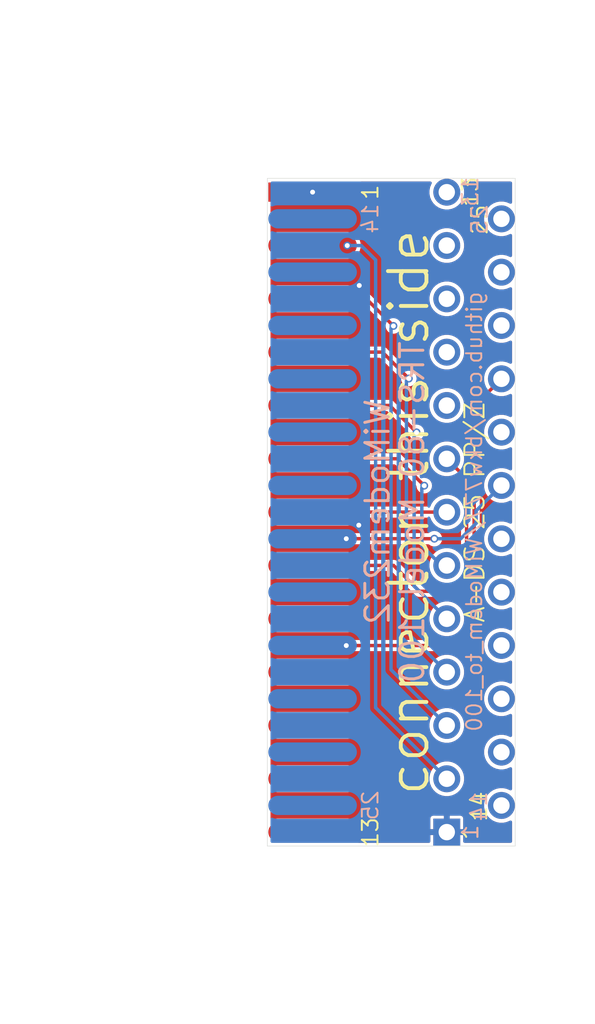
<source format=kicad_pcb>
(kicad_pcb (version 20171130) (host pcbnew 5.1.5-52549c5~84~ubuntu19.04.1)

  (general
    (thickness 1.6)
    (drawings 21)
    (tracks 56)
    (zones 0)
    (modules 2)
    (nets 11)
  )

  (page A4)
  (layers
    (0 F.Cu signal)
    (31 B.Cu signal)
    (32 B.Adhes user hide)
    (33 F.Adhes user hide)
    (34 B.Paste user hide)
    (35 F.Paste user hide)
    (36 B.SilkS user)
    (37 F.SilkS user)
    (38 B.Mask user)
    (39 F.Mask user)
    (40 Dwgs.User user hide)
    (41 Cmts.User user hide)
    (42 Eco1.User user hide)
    (43 Eco2.User user hide)
    (44 Edge.Cuts user)
    (45 Margin user hide)
    (46 B.CrtYd user hide)
    (47 F.CrtYd user hide)
    (48 B.Fab user hide)
    (49 F.Fab user hide)
  )

  (setup
    (last_trace_width 0.25)
    (user_trace_width 0.1778)
    (trace_clearance 0.2)
    (zone_clearance 0.1524)
    (zone_45_only no)
    (trace_min 0.1778)
    (via_size 0.8)
    (via_drill 0.4)
    (via_min_size 0.4064)
    (via_min_drill 0.254)
    (user_via 0.4064 0.254)
    (uvia_size 0.3)
    (uvia_drill 0.1)
    (uvias_allowed no)
    (uvia_min_size 0.1778)
    (uvia_min_drill 0.1)
    (edge_width 0.0254)
    (segment_width 0.2)
    (pcb_text_width 0.3)
    (pcb_text_size 1.5 1.5)
    (mod_edge_width 0.12)
    (mod_text_size 1 1)
    (mod_text_width 0.15)
    (pad_size 1.4 1.4)
    (pad_drill 0.8)
    (pad_to_mask_clearance 0)
    (aux_axis_origin 0 0)
    (visible_elements FFFFFF7F)
    (pcbplotparams
      (layerselection 0x010fc_ffffffff)
      (usegerberextensions false)
      (usegerberattributes false)
      (usegerberadvancedattributes false)
      (creategerberjobfile false)
      (excludeedgelayer true)
      (linewidth 0.100000)
      (plotframeref false)
      (viasonmask false)
      (mode 1)
      (useauxorigin false)
      (hpglpennumber 1)
      (hpglpenspeed 20)
      (hpglpendiameter 15.000000)
      (psnegative false)
      (psa4output false)
      (plotreference true)
      (plotvalue true)
      (plotinvisibletext false)
      (padsonsilk false)
      (subtractmaskfromsilk false)
      (outputformat 1)
      (mirror false)
      (drillshape 1)
      (scaleselection 1)
      (outputdirectory ""))
  )

  (net 0 "")
  (net 1 /RI)
  (net 2 /DTR)
  (net 3 /DCD)
  (net 4 /SG)
  (net 5 /DSR)
  (net 6 /CTS)
  (net 7 /RTS)
  (net 8 /RXD)
  (net 9 /TXD)
  (net 10 GND)

  (net_class Default "This is the default net class."
    (clearance 0.2)
    (trace_width 0.25)
    (via_dia 0.8)
    (via_drill 0.4)
    (uvia_dia 0.3)
    (uvia_drill 0.1)
    (add_net /CTS)
    (add_net /DCD)
    (add_net /DSR)
    (add_net /DTR)
    (add_net /RI)
    (add_net /RTS)
    (add_net /RXD)
    (add_net /SG)
    (add_net /TXD)
    (add_net GND)
  )

  (module 0_LOCAL:DSUB-25_Male_Vertical_P2.77x2.84mm (layer F.Cu) (tedit 5F17AABC) (tstamp 5F04C404)
    (at 144.2212 113.0427 90)
    (descr "25-pin D-Sub connector, straight/vertical, THT-mount, male, pitch 2.77x2.84mm, distance of mounting holes 47.1mm, see https://disti-assets.s3.amazonaws.com/tonar/files/datasheets/16730.pdf")
    (tags "25-pin D-Sub connector straight vertical THT male pitch 2.77x2.84mm mounting holes distance 47.1mm")
    (path /5F04B532)
    (fp_text reference J2 (at 1.4605 1.2827 270) (layer F.SilkS) hide
      (effects (font (size 1 1) (thickness 0.15)))
    )
    (fp_text value DB25_Male (at 16.62 8.73 270) (layer F.Fab)
      (effects (font (size 1 1) (thickness 0.15)))
    )
    (fp_text user %R (at 16.62 1.42 270) (layer F.Fab)
      (effects (font (size 1 1) (thickness 0.15)))
    )
    (fp_line (start -2.198887 -0.852163) (end -1.299619 4.247837) (layer F.Fab) (width 0.1))
    (fp_line (start 35.438887 -0.852163) (end 34.539619 4.247837) (layer F.Fab) (width 0.1))
    (fp_line (start 0.276073 5.57) (end 32.963927 5.57) (layer F.Fab) (width 0.1))
    (fp_line (start -0.623194 -2.73) (end 33.863194 -2.73) (layer F.Fab) (width 0.1))
    (fp_line (start -9.93 6.67) (end -9.93 -3.83) (layer F.Fab) (width 0.1))
    (fp_line (start 42.17 7.67) (end -8.93 7.67) (layer F.Fab) (width 0.1))
    (fp_line (start 43.17 -3.83) (end 43.17 6.67) (layer F.Fab) (width 0.1))
    (fp_line (start -8.93 -4.83) (end 42.17 -4.83) (layer F.Fab) (width 0.1))
    (fp_arc (start 32.963927 3.97) (end 32.963927 5.57) (angle -80) (layer F.Fab) (width 0.1))
    (fp_arc (start 0.276073 3.97) (end 0.276073 5.57) (angle 80) (layer F.Fab) (width 0.1))
    (fp_arc (start 33.863194 -1.13) (end 33.863194 -2.73) (angle 100) (layer F.Fab) (width 0.1))
    (fp_arc (start -0.623194 -1.13) (end -0.623194 -2.73) (angle -100) (layer F.Fab) (width 0.1))
    (fp_arc (start 42.17 6.67) (end 43.17 6.67) (angle 90) (layer F.Fab) (width 0.1))
    (fp_arc (start -8.93 6.67) (end -9.93 6.67) (angle -90) (layer F.Fab) (width 0.1))
    (fp_arc (start 42.17 -3.83) (end 42.17 -4.83) (angle 90) (layer F.Fab) (width 0.1))
    (fp_arc (start -8.93 -3.83) (end -9.93 -3.83) (angle 90) (layer F.Fab) (width 0.1))
    (pad 25 thru_hole circle (at 31.855 2.84 90) (size 1.4 1.4) (drill 0.85) (layers *.Cu *.Mask))
    (pad 24 thru_hole circle (at 29.085 2.84 90) (size 1.4 1.4) (drill 0.85) (layers *.Cu *.Mask))
    (pad 23 thru_hole circle (at 26.315 2.84 90) (size 1.4 1.4) (drill 0.85) (layers *.Cu *.Mask))
    (pad 22 thru_hole circle (at 23.545 2.84 90) (size 1.4 1.4) (drill 0.85) (layers *.Cu *.Mask)
      (net 1 /RI))
    (pad 21 thru_hole circle (at 20.775 2.84 90) (size 1.4 1.4) (drill 0.85) (layers *.Cu *.Mask))
    (pad 20 thru_hole circle (at 18.005 2.84 90) (size 1.4 1.4) (drill 0.85) (layers *.Cu *.Mask)
      (net 2 /DTR))
    (pad 19 thru_hole circle (at 15.235 2.84 90) (size 1.4 1.4) (drill 0.85) (layers *.Cu *.Mask))
    (pad 18 thru_hole circle (at 12.465 2.84 90) (size 1.4 1.4) (drill 0.85) (layers *.Cu *.Mask))
    (pad 17 thru_hole circle (at 9.695 2.84 90) (size 1.4 1.4) (drill 0.85) (layers *.Cu *.Mask))
    (pad 16 thru_hole circle (at 6.925 2.84 90) (size 1.4 1.4) (drill 0.85) (layers *.Cu *.Mask))
    (pad 15 thru_hole circle (at 4.155 2.84 90) (size 1.4 1.4) (drill 0.85) (layers *.Cu *.Mask))
    (pad 14 thru_hole circle (at 1.385 2.84 90) (size 1.4 1.4) (drill 0.85) (layers *.Cu *.Mask))
    (pad 13 thru_hole circle (at 33.24 0 90) (size 1.4 1.4) (drill 0.85) (layers *.Cu *.Mask))
    (pad 12 thru_hole circle (at 30.47 0 90) (size 1.4 1.4) (drill 0.85) (layers *.Cu *.Mask))
    (pad 11 thru_hole circle (at 27.7 0 90) (size 1.4 1.4) (drill 0.85) (layers *.Cu *.Mask))
    (pad 10 thru_hole circle (at 24.93 0 90) (size 1.4 1.4) (drill 0.85) (layers *.Cu *.Mask))
    (pad 9 thru_hole circle (at 22.16 0 90) (size 1.4 1.4) (drill 0.85) (layers *.Cu *.Mask))
    (pad 8 thru_hole circle (at 19.39 0 90) (size 1.4 1.4) (drill 0.85) (layers *.Cu *.Mask)
      (net 3 /DCD))
    (pad 7 thru_hole circle (at 16.62 0 90) (size 1.4 1.4) (drill 0.85) (layers *.Cu *.Mask)
      (net 4 /SG))
    (pad 6 thru_hole circle (at 13.85 0 90) (size 1.4 1.4) (drill 0.85) (layers *.Cu *.Mask)
      (net 5 /DSR))
    (pad 5 thru_hole circle (at 11.08 0 90) (size 1.4 1.4) (drill 0.85) (layers *.Cu *.Mask)
      (net 6 /CTS))
    (pad 4 thru_hole circle (at 8.31 0 90) (size 1.4 1.4) (drill 0.85) (layers *.Cu *.Mask)
      (net 7 /RTS))
    (pad 3 thru_hole circle (at 5.54 0 90) (size 1.4 1.4) (drill 0.85) (layers *.Cu *.Mask)
      (net 8 /RXD))
    (pad 2 thru_hole circle (at 2.77 0 90) (size 1.4 1.4) (drill 0.85) (layers *.Cu *.Mask)
      (net 9 /TXD))
    (pad 1 thru_hole rect (at 0 0 90) (size 1.4 1.4) (drill 0.85) (layers *.Cu *.Mask)
      (net 10 GND))
    (model ${KIPRJMOD}/0_LOCAL.3dshapes/connector_a-ds_25_pp_z.stp
      (offset (xyz 16.625 -1.42 6.3))
      (scale (xyz 1 1 1))
      (rotate (xyz 0 0 0))
    )
  )

  (module 0_LOCAL:DSUB-25_Male_EdgeMount_P2.77mm (layer F.Cu) (tedit 5F053F30) (tstamp 5F04C3BF)
    (at 136.75 96.42 270)
    (descr "25-pin D-Sub connector, solder-cups edge-mounted, male, x-pin-pitch 2.77mm, distance of mounting holes 47.1mm, see https://disti-assets.s3.amazonaws.com/tonar/files/datasheets/16730.pdf")
    (tags "25-pin D-Sub connector edge mount solder cup male x-pin-pitch 2.77mm mounting holes distance 47.1mm")
    (path /5F05138A)
    (attr smd)
    (fp_text reference J1 (at -15.267 -0.4688 270) (layer F.SilkS) hide
      (effects (font (size 1 1) (thickness 0.15)))
    )
    (fp_text value DB25_Male (at 0 16.69 270) (layer F.Fab)
      (effects (font (size 1 1) (thickness 0.15)))
    )
    (fp_text user "PCB edge" (at -21.55 1.323333 270) (layer Dwgs.User)
      (effects (font (size 0.5 0.5) (thickness 0.075)))
    )
    (fp_text user %R (at 0 3.39 270) (layer F.Fab)
      (effects (font (size 1 1) (thickness 0.15)))
    )
    (fp_line (start 19.15 9.69) (end -19.15 9.69) (layer F.Fab) (width 0.1))
    (fp_line (start 19.15 15.69) (end 19.15 9.69) (layer F.Fab) (width 0.1))
    (fp_line (start -19.15 15.69) (end 19.15 15.69) (layer F.Fab) (width 0.1))
    (fp_line (start -19.15 9.69) (end -19.15 15.69) (layer F.Fab) (width 0.1))
    (fp_line (start 26.55 9.29) (end -26.55 9.29) (layer F.Fab) (width 0.1))
    (fp_line (start 26.55 9.69) (end 26.55 9.29) (layer F.Fab) (width 0.1))
    (fp_line (start -26.55 9.69) (end 26.55 9.69) (layer F.Fab) (width 0.1))
    (fp_line (start -26.55 9.29) (end -26.55 9.69) (layer F.Fab) (width 0.1))
    (fp_line (start 19.55 4.79) (end -19.55 4.79) (layer F.Fab) (width 0.1))
    (fp_line (start 19.55 9.29) (end 19.55 4.79) (layer F.Fab) (width 0.1))
    (fp_line (start -19.55 9.29) (end 19.55 9.29) (layer F.Fab) (width 0.1))
    (fp_line (start -19.55 4.79) (end -19.55 9.29) (layer F.Fab) (width 0.1))
    (fp_line (start 18.55 1.99) (end -18.55 1.99) (layer F.Fab) (width 0.1))
    (fp_line (start 18.55 4.79) (end 18.55 1.99) (layer F.Fab) (width 0.1))
    (fp_line (start -18.55 4.79) (end 18.55 4.79) (layer F.Fab) (width 0.1))
    (fp_line (start -18.55 1.99) (end -18.55 4.79) (layer F.Fab) (width 0.1))
    (fp_line (start 15.835 -0.91) (end 14.635 -0.91) (layer B.Fab) (width 0.1))
    (fp_line (start 15.835 1.99) (end 15.835 -0.91) (layer B.Fab) (width 0.1))
    (fp_line (start 14.635 1.99) (end 15.835 1.99) (layer B.Fab) (width 0.1))
    (fp_line (start 14.635 -0.91) (end 14.635 1.99) (layer B.Fab) (width 0.1))
    (fp_line (start 13.065 -0.91) (end 11.865 -0.91) (layer B.Fab) (width 0.1))
    (fp_line (start 13.065 1.99) (end 13.065 -0.91) (layer B.Fab) (width 0.1))
    (fp_line (start 11.865 1.99) (end 13.065 1.99) (layer B.Fab) (width 0.1))
    (fp_line (start 11.865 -0.91) (end 11.865 1.99) (layer B.Fab) (width 0.1))
    (fp_line (start 10.295 -0.91) (end 9.095 -0.91) (layer B.Fab) (width 0.1))
    (fp_line (start 10.295 1.99) (end 10.295 -0.91) (layer B.Fab) (width 0.1))
    (fp_line (start 9.095 1.99) (end 10.295 1.99) (layer B.Fab) (width 0.1))
    (fp_line (start 9.095 -0.91) (end 9.095 1.99) (layer B.Fab) (width 0.1))
    (fp_line (start 7.525 -0.91) (end 6.325 -0.91) (layer B.Fab) (width 0.1))
    (fp_line (start 7.525 1.99) (end 7.525 -0.91) (layer B.Fab) (width 0.1))
    (fp_line (start 6.325 1.99) (end 7.525 1.99) (layer B.Fab) (width 0.1))
    (fp_line (start 6.325 -0.91) (end 6.325 1.99) (layer B.Fab) (width 0.1))
    (fp_line (start 4.755 -0.91) (end 3.555 -0.91) (layer B.Fab) (width 0.1))
    (fp_line (start 4.755 1.99) (end 4.755 -0.91) (layer B.Fab) (width 0.1))
    (fp_line (start 3.555 1.99) (end 4.755 1.99) (layer B.Fab) (width 0.1))
    (fp_line (start 3.555 -0.91) (end 3.555 1.99) (layer B.Fab) (width 0.1))
    (fp_line (start 1.985 -0.91) (end 0.785 -0.91) (layer B.Fab) (width 0.1))
    (fp_line (start 1.985 1.99) (end 1.985 -0.91) (layer B.Fab) (width 0.1))
    (fp_line (start 0.785 1.99) (end 1.985 1.99) (layer B.Fab) (width 0.1))
    (fp_line (start 0.785 -0.91) (end 0.785 1.99) (layer B.Fab) (width 0.1))
    (fp_line (start -0.785 -0.91) (end -1.985 -0.91) (layer B.Fab) (width 0.1))
    (fp_line (start -0.785 1.99) (end -0.785 -0.91) (layer B.Fab) (width 0.1))
    (fp_line (start -1.985 1.99) (end -0.785 1.99) (layer B.Fab) (width 0.1))
    (fp_line (start -1.985 -0.91) (end -1.985 1.99) (layer B.Fab) (width 0.1))
    (fp_line (start -3.555 -0.91) (end -4.755 -0.91) (layer B.Fab) (width 0.1))
    (fp_line (start -3.555 1.99) (end -3.555 -0.91) (layer B.Fab) (width 0.1))
    (fp_line (start -4.755 1.99) (end -3.555 1.99) (layer B.Fab) (width 0.1))
    (fp_line (start -4.755 -0.91) (end -4.755 1.99) (layer B.Fab) (width 0.1))
    (fp_line (start -6.325 -0.91) (end -7.525 -0.91) (layer B.Fab) (width 0.1))
    (fp_line (start -6.325 1.99) (end -6.325 -0.91) (layer B.Fab) (width 0.1))
    (fp_line (start -7.525 1.99) (end -6.325 1.99) (layer B.Fab) (width 0.1))
    (fp_line (start -7.525 -0.91) (end -7.525 1.99) (layer B.Fab) (width 0.1))
    (fp_line (start -9.095 -0.91) (end -10.295 -0.91) (layer B.Fab) (width 0.1))
    (fp_line (start -9.095 1.99) (end -9.095 -0.91) (layer B.Fab) (width 0.1))
    (fp_line (start -10.295 1.99) (end -9.095 1.99) (layer B.Fab) (width 0.1))
    (fp_line (start -10.295 -0.91) (end -10.295 1.99) (layer B.Fab) (width 0.1))
    (fp_line (start -11.865 -0.91) (end -13.065 -0.91) (layer B.Fab) (width 0.1))
    (fp_line (start -11.865 1.99) (end -11.865 -0.91) (layer B.Fab) (width 0.1))
    (fp_line (start -13.065 1.99) (end -11.865 1.99) (layer B.Fab) (width 0.1))
    (fp_line (start -13.065 -0.91) (end -13.065 1.99) (layer B.Fab) (width 0.1))
    (fp_line (start -14.635 -0.91) (end -15.835 -0.91) (layer B.Fab) (width 0.1))
    (fp_line (start -14.635 1.99) (end -14.635 -0.91) (layer B.Fab) (width 0.1))
    (fp_line (start -15.835 1.99) (end -14.635 1.99) (layer B.Fab) (width 0.1))
    (fp_line (start -15.835 -0.91) (end -15.835 1.99) (layer B.Fab) (width 0.1))
    (fp_line (start 17.22 -0.91) (end 16.02 -0.91) (layer F.Fab) (width 0.1))
    (fp_line (start 17.22 1.99) (end 17.22 -0.91) (layer F.Fab) (width 0.1))
    (fp_line (start 16.02 1.99) (end 17.22 1.99) (layer F.Fab) (width 0.1))
    (fp_line (start 16.02 -0.91) (end 16.02 1.99) (layer F.Fab) (width 0.1))
    (fp_line (start 14.45 -0.91) (end 13.25 -0.91) (layer F.Fab) (width 0.1))
    (fp_line (start 14.45 1.99) (end 14.45 -0.91) (layer F.Fab) (width 0.1))
    (fp_line (start 13.25 1.99) (end 14.45 1.99) (layer F.Fab) (width 0.1))
    (fp_line (start 13.25 -0.91) (end 13.25 1.99) (layer F.Fab) (width 0.1))
    (fp_line (start 11.68 -0.91) (end 10.48 -0.91) (layer F.Fab) (width 0.1))
    (fp_line (start 11.68 1.99) (end 11.68 -0.91) (layer F.Fab) (width 0.1))
    (fp_line (start 10.48 1.99) (end 11.68 1.99) (layer F.Fab) (width 0.1))
    (fp_line (start 10.48 -0.91) (end 10.48 1.99) (layer F.Fab) (width 0.1))
    (fp_line (start 8.91 -0.91) (end 7.71 -0.91) (layer F.Fab) (width 0.1))
    (fp_line (start 8.91 1.99) (end 8.91 -0.91) (layer F.Fab) (width 0.1))
    (fp_line (start 7.71 1.99) (end 8.91 1.99) (layer F.Fab) (width 0.1))
    (fp_line (start 7.71 -0.91) (end 7.71 1.99) (layer F.Fab) (width 0.1))
    (fp_line (start 6.14 -0.91) (end 4.94 -0.91) (layer F.Fab) (width 0.1))
    (fp_line (start 6.14 1.99) (end 6.14 -0.91) (layer F.Fab) (width 0.1))
    (fp_line (start 4.94 1.99) (end 6.14 1.99) (layer F.Fab) (width 0.1))
    (fp_line (start 4.94 -0.91) (end 4.94 1.99) (layer F.Fab) (width 0.1))
    (fp_line (start 3.37 -0.91) (end 2.17 -0.91) (layer F.Fab) (width 0.1))
    (fp_line (start 3.37 1.99) (end 3.37 -0.91) (layer F.Fab) (width 0.1))
    (fp_line (start 2.17 1.99) (end 3.37 1.99) (layer F.Fab) (width 0.1))
    (fp_line (start 2.17 -0.91) (end 2.17 1.99) (layer F.Fab) (width 0.1))
    (fp_line (start 0.6 -0.91) (end -0.6 -0.91) (layer F.Fab) (width 0.1))
    (fp_line (start 0.6 1.99) (end 0.6 -0.91) (layer F.Fab) (width 0.1))
    (fp_line (start -0.6 1.99) (end 0.6 1.99) (layer F.Fab) (width 0.1))
    (fp_line (start -0.6 -0.91) (end -0.6 1.99) (layer F.Fab) (width 0.1))
    (fp_line (start -2.17 -0.91) (end -3.37 -0.91) (layer F.Fab) (width 0.1))
    (fp_line (start -2.17 1.99) (end -2.17 -0.91) (layer F.Fab) (width 0.1))
    (fp_line (start -3.37 1.99) (end -2.17 1.99) (layer F.Fab) (width 0.1))
    (fp_line (start -3.37 -0.91) (end -3.37 1.99) (layer F.Fab) (width 0.1))
    (fp_line (start -4.94 -0.91) (end -6.14 -0.91) (layer F.Fab) (width 0.1))
    (fp_line (start -4.94 1.99) (end -4.94 -0.91) (layer F.Fab) (width 0.1))
    (fp_line (start -6.14 1.99) (end -4.94 1.99) (layer F.Fab) (width 0.1))
    (fp_line (start -6.14 -0.91) (end -6.14 1.99) (layer F.Fab) (width 0.1))
    (fp_line (start -7.71 -0.91) (end -8.91 -0.91) (layer F.Fab) (width 0.1))
    (fp_line (start -7.71 1.99) (end -7.71 -0.91) (layer F.Fab) (width 0.1))
    (fp_line (start -8.91 1.99) (end -7.71 1.99) (layer F.Fab) (width 0.1))
    (fp_line (start -8.91 -0.91) (end -8.91 1.99) (layer F.Fab) (width 0.1))
    (fp_line (start -10.48 -0.91) (end -11.68 -0.91) (layer F.Fab) (width 0.1))
    (fp_line (start -10.48 1.99) (end -10.48 -0.91) (layer F.Fab) (width 0.1))
    (fp_line (start -11.68 1.99) (end -10.48 1.99) (layer F.Fab) (width 0.1))
    (fp_line (start -11.68 -0.91) (end -11.68 1.99) (layer F.Fab) (width 0.1))
    (fp_line (start -13.25 -0.91) (end -14.45 -0.91) (layer F.Fab) (width 0.1))
    (fp_line (start -13.25 1.99) (end -13.25 -0.91) (layer F.Fab) (width 0.1))
    (fp_line (start -14.45 1.99) (end -13.25 1.99) (layer F.Fab) (width 0.1))
    (fp_line (start -14.45 -0.91) (end -14.45 1.99) (layer F.Fab) (width 0.1))
    (fp_line (start -16.02 -0.91) (end -17.22 -0.91) (layer F.Fab) (width 0.1))
    (fp_line (start -16.02 1.99) (end -16.02 -0.91) (layer F.Fab) (width 0.1))
    (fp_line (start -17.22 1.99) (end -16.02 1.99) (layer F.Fab) (width 0.1))
    (fp_line (start -17.22 -0.91) (end -17.22 1.99) (layer F.Fab) (width 0.1))
    (pad 25 smd oval (at 15.235 -0.5 270) (size 1 4.6) (layers B.Cu B.Paste B.Mask))
    (pad 24 smd oval (at 12.465 -0.5 270) (size 1 4.6) (layers B.Cu B.Paste B.Mask))
    (pad 23 smd oval (at 9.695 -0.5 270) (size 1 4.6) (layers B.Cu B.Paste B.Mask))
    (pad 22 smd oval (at 6.925 -0.5 270) (size 1 4.6) (layers B.Cu B.Paste B.Mask)
      (net 1 /RI))
    (pad 21 smd oval (at 4.155 -0.5 270) (size 1 4.6) (layers B.Cu B.Paste B.Mask))
    (pad 20 smd oval (at 1.385 -0.5 270) (size 1 4.6) (layers B.Cu B.Paste B.Mask)
      (net 2 /DTR))
    (pad 19 smd oval (at -1.385 -0.5 270) (size 1 4.6) (layers B.Cu B.Paste B.Mask))
    (pad 18 smd oval (at -4.155 -0.5 270) (size 1 4.6) (layers B.Cu B.Paste B.Mask))
    (pad 17 smd oval (at -6.925 -0.5 270) (size 1 4.6) (layers B.Cu B.Paste B.Mask))
    (pad 16 smd oval (at -9.695 -0.5 270) (size 1 4.6) (layers B.Cu B.Paste B.Mask))
    (pad 15 smd oval (at -12.465 -0.5 270) (size 1 4.6) (layers B.Cu B.Paste B.Mask))
    (pad 14 smd oval (at -15.235 -0.5 270) (size 1 4.6) (layers B.Cu B.Paste B.Mask))
    (pad 13 smd oval (at 16.62 -0.5 270) (size 1 4.6) (layers F.Cu F.Paste F.Mask))
    (pad 12 smd oval (at 13.85 -0.5 270) (size 1 4.6) (layers F.Cu F.Paste F.Mask))
    (pad 11 smd oval (at 11.08 -0.5 270) (size 1 4.6) (layers F.Cu F.Paste F.Mask))
    (pad 10 smd oval (at 8.31 -0.5 270) (size 1 4.6) (layers F.Cu F.Paste F.Mask))
    (pad 9 smd oval (at 5.54 -0.5 270) (size 1 4.6) (layers F.Cu F.Paste F.Mask))
    (pad 8 smd oval (at 2.77 -0.5 270) (size 1 4.6) (layers F.Cu F.Paste F.Mask)
      (net 3 /DCD))
    (pad 7 smd oval (at 0 -0.5 270) (size 1 4.6) (layers F.Cu F.Paste F.Mask)
      (net 4 /SG))
    (pad 6 smd oval (at -2.77 -0.5 270) (size 1 4.6) (layers F.Cu F.Paste F.Mask)
      (net 5 /DSR))
    (pad 5 smd oval (at -5.54 -0.5 270) (size 1 4.6) (layers F.Cu F.Paste F.Mask)
      (net 6 /CTS))
    (pad 4 smd oval (at -8.31 -0.5 270) (size 1 4.6) (layers F.Cu F.Paste F.Mask)
      (net 7 /RTS))
    (pad 3 smd oval (at -11.08 -0.5 270) (size 1 4.6) (layers F.Cu F.Paste F.Mask)
      (net 8 /RXD))
    (pad 2 smd oval (at -13.85 -0.5 270) (size 1 4.6) (layers F.Cu F.Paste F.Mask)
      (net 9 /TXD))
    (pad 1 smd rect (at -16.62 -0.5 270) (size 1 4.6) (layers F.Cu F.Paste F.Mask)
      (net 10 GND))
    (model ${KIPRJMOD}/0_LOCAL.3dshapes/connector_a-ds_25_pp_z.stp
      (offset (xyz 0 -8.199999999999999 -0.87))
      (scale (xyz 1 1 1))
      (rotate (xyz -90 0 0))
    )
  )

  (gr_text github.com/bkw777/WiModem_to_100 (at 145.65 96.4 90) (layer B.SilkS) (tstamp 5F17B5CD)
    (effects (font (size 0.8 0.8) (thickness 0.1)) (justify mirror))
  )
  (gr_text 25 (at 145.923 81.2292 90) (layer B.SilkS) (tstamp 5F067558)
    (effects (font (size 0.8128 0.8128) (thickness 0.1016)) (justify mirror))
  )
  (gr_text 13 (at 145.4404 79.7814 90) (layer B.SilkS) (tstamp 5F067527)
    (effects (font (size 0.8128 0.8128) (thickness 0.1016)) (justify mirror))
  )
  (gr_text 14 (at 145.8976 111.7092 90) (layer B.SilkS) (tstamp 5F0674F6)
    (effects (font (size 0.8128 0.8128) (thickness 0.1016)) (justify mirror))
  )
  (gr_text 1 (at 145.4404 113.0554 90) (layer B.SilkS) (tstamp 5F0674C5)
    (effects (font (size 0.8128 0.8128) (thickness 0.1016)) (justify mirror))
  )
  (gr_text 25 (at 140.25 111.6584 90) (layer B.SilkS) (tstamp 5F067404)
    (effects (font (size 0.8128 0.8128) (thickness 0.1016)) (justify mirror))
  )
  (gr_text 14 (at 140.25 81.1784 90) (layer B.SilkS) (tstamp 5F0673D3)
    (effects (font (size 0.8128 0.8128) (thickness 0.1016)) (justify mirror))
  )
  (gr_text 13 (at 140.25 113.05 90) (layer F.SilkS) (tstamp 5F0673A3)
    (effects (font (size 0.8128 0.8128) (thickness 0.1016)))
  )
  (gr_text 1 (at 140.25 79.8068 90) (layer F.SilkS) (tstamp 5F067373)
    (effects (font (size 0.8128 0.8128) (thickness 0.1016)))
  )
  (gr_text 25 (at 145.923 81.2292 90) (layer F.SilkS) (tstamp 5F066EFE)
    (effects (font (size 0.8128 0.8128) (thickness 0.1016)))
  )
  (gr_text 14 (at 145.8976 111.7092 90) (layer F.SilkS) (tstamp 5F066EF9)
    (effects (font (size 0.8128 0.8128) (thickness 0.1016)))
  )
  (gr_text 13 (at 145.4404 79.7814 90) (layer F.SilkS) (tstamp 5F066E9A)
    (effects (font (size 0.8128 0.8128) (thickness 0.1016)))
  )
  (gr_text 1 (at 145.4404 113.0554 90) (layer F.SilkS)
    (effects (font (size 0.8128 0.8128) (thickness 0.1016)))
  )
  (gr_text "A-DS 25 PP/Z" (at 145.675 96.425 90) (layer F.SilkS)
    (effects (font (size 1 1) (thickness 0.1)))
  )
  (gr_text "connector this side" (at 142.25 96.425 90) (layer F.SilkS)
    (effects (font (size 2 2) (thickness 0.2)))
  )
  (gr_text "TRS-80 Model 100" (at 142.425 96.4311 90) (layer B.SilkS) (tstamp 5F05D148)
    (effects (font (size 1.2192 1.2192) (thickness 0.1524)) (justify mirror))
  )
  (gr_text WiModem232 (at 140.625 96.4057 90) (layer B.SilkS)
    (effects (font (size 1.2192 1.2192) (thickness 0.1524)) (justify mirror))
  )
  (gr_line (start 134.9 113.7666) (end 147.7772 113.7666) (layer Edge.Cuts) (width 0.0254))
  (gr_line (start 134.9 79.0829) (end 134.9 113.7666) (layer Edge.Cuts) (width 0.0254))
  (gr_line (start 134.9 79.0829) (end 147.7772 79.0829) (layer Edge.Cuts) (width 0.0254) (tstamp 5F0644F6))
  (gr_line (start 147.7772 113.7666) (end 147.7772 79.0829) (layer Edge.Cuts) (width 0.0254))

  (segment (start 147.0612 89.5017) (end 147.0612 89.4977) (width 0.1778) (layer F.Cu) (net 1))
  (segment (start 139 103.3526) (end 144.8054 103.3526) (width 0.1778) (layer F.Cu) (net 1))
  (via (at 139 103.3526) (size 0.4064) (drill 0.254) (layers F.Cu B.Cu) (net 1))
  (segment (start 145.6436 90.9193) (end 147.0612 89.5017) (width 0.1778) (layer F.Cu) (net 1))
  (segment (start 144.8054 103.3526) (end 145.6436 102.5144) (width 0.1778) (layer F.Cu) (net 1))
  (segment (start 145.6436 102.5144) (end 145.6436 90.9193) (width 0.1778) (layer F.Cu) (net 1))
  (via (at 139 97.8027) (size 0.4064) (drill 0.254) (layers F.Cu B.Cu) (net 2))
  (segment (start 143.575 97.8027) (end 144.9451 97.8027) (width 0.1778) (layer B.Cu) (net 2))
  (via (at 143.575 97.8027) (size 0.4064) (drill 0.254) (layers F.Cu B.Cu) (net 2))
  (segment (start 143.575 97.8027) (end 139 97.8027) (width 0.1778) (layer F.Cu) (net 2))
  (segment (start 145.7452 97.0026) (end 145.7452 96.3537) (width 0.1778) (layer B.Cu) (net 2))
  (segment (start 145.7452 96.3537) (end 147.0612 95.0377) (width 0.1778) (layer B.Cu) (net 2))
  (segment (start 144.9451 97.8027) (end 145.7452 97.0026) (width 0.1778) (layer B.Cu) (net 2))
  (segment (start 141.4556 99.19) (end 142.7988 100.5332) (width 0.1778) (layer F.Cu) (net 3))
  (segment (start 138.52 99.19) (end 141.4556 99.19) (width 0.1778) (layer F.Cu) (net 3))
  (segment (start 142.7988 100.5332) (end 144.6022 100.5332) (width 0.1778) (layer F.Cu) (net 3))
  (segment (start 145.2499 94.6814) (end 144.2212 93.6527) (width 0.1778) (layer F.Cu) (net 3))
  (segment (start 144.6022 100.5332) (end 145.2499 99.8855) (width 0.1778) (layer F.Cu) (net 3))
  (segment (start 145.2499 99.8855) (end 145.2499 94.6814) (width 0.1778) (layer F.Cu) (net 3))
  (segment (start 144.2185 96.42) (end 144.2212 96.4227) (width 0.1778) (layer F.Cu) (net 4))
  (segment (start 138.52 96.42) (end 144.2185 96.42) (width 0.1778) (layer F.Cu) (net 4))
  (segment (start 143.9475 99.1927) (end 144.2212 99.1927) (width 0.1778) (layer B.Cu) (net 5))
  (segment (start 142.925 98.1702) (end 143.9475 99.1927) (width 0.1778) (layer B.Cu) (net 5))
  (segment (start 143.05 95.0468) (end 141.6532 93.65) (width 0.1778) (layer F.Cu) (net 5))
  (via (at 143.05 95.0468) (size 0.4064) (drill 0.254) (layers F.Cu B.Cu) (net 5))
  (segment (start 141.6532 93.65) (end 137.25 93.65) (width 0.1778) (layer F.Cu) (net 5))
  (segment (start 143.05 95.0468) (end 142.925 95.1718) (width 0.1778) (layer B.Cu) (net 5))
  (segment (start 142.925 95.1718) (end 142.925 98.1702) (width 0.1778) (layer B.Cu) (net 5))
  (segment (start 142.525 100.2665) (end 144.2212 101.9627) (width 0.1778) (layer B.Cu) (net 6))
  (segment (start 142.65 92.2782) (end 141.2518 90.88) (width 0.1778) (layer F.Cu) (net 6))
  (segment (start 141.2518 90.88) (end 137.25 90.88) (width 0.1778) (layer F.Cu) (net 6))
  (via (at 142.65 92.2782) (size 0.4064) (drill 0.254) (layers F.Cu B.Cu) (net 6))
  (segment (start 142.525 92.4032) (end 142.525 100.2665) (width 0.1778) (layer B.Cu) (net 6))
  (segment (start 142.65 92.2782) (end 142.525 92.4032) (width 0.1778) (layer B.Cu) (net 6))
  (segment (start 137.25 88.11) (end 138.52 88.11) (width 0.1778) (layer F.Cu) (net 7))
  (segment (start 142.125 102.6365) (end 144.2212 104.7327) (width 0.1778) (layer B.Cu) (net 7))
  (via (at 142.25 89.4842) (size 0.4064) (drill 0.254) (layers F.Cu B.Cu) (net 7))
  (segment (start 140.8758 88.11) (end 137.25 88.11) (width 0.1778) (layer F.Cu) (net 7))
  (segment (start 142.25 89.4842) (end 140.8758 88.11) (width 0.1778) (layer F.Cu) (net 7))
  (segment (start 142.25 89.4842) (end 142.125 89.6092) (width 0.1778) (layer B.Cu) (net 7))
  (segment (start 142.125 89.6092) (end 142.125 102.6365) (width 0.1778) (layer B.Cu) (net 7))
  (segment (start 141.325 104.6065) (end 144.2212 107.5027) (width 0.1778) (layer B.Cu) (net 8))
  (segment (start 141.45 86.75) (end 140.04 85.34) (width 0.1778) (layer F.Cu) (net 8))
  (via (at 141.45 86.75) (size 0.4064) (drill 0.254) (layers F.Cu B.Cu) (net 8))
  (segment (start 141.45 86.75) (end 141.325 86.875) (width 0.1778) (layer B.Cu) (net 8))
  (segment (start 140.04 85.34) (end 137.25 85.34) (width 0.1778) (layer F.Cu) (net 8))
  (segment (start 141.325 86.875) (end 141.325 104.6065) (width 0.1778) (layer B.Cu) (net 8))
  (via (at 139.05 82.575) (size 0.4064) (drill 0.254) (layers F.Cu B.Cu) (net 9))
  (segment (start 144.2212 110.2727) (end 144.2198 110.2727) (width 0.1778) (layer F.Cu) (net 9))
  (segment (start 140.525 106.5765) (end 144.2212 110.2727) (width 0.1778) (layer B.Cu) (net 9))
  (segment (start 140.525 83.325) (end 140.525 106.5765) (width 0.1778) (layer B.Cu) (net 9))
  (segment (start 139.05 82.575) (end 139.775 82.575) (width 0.1778) (layer B.Cu) (net 9))
  (segment (start 139.775 82.575) (end 140.525 83.325) (width 0.1778) (layer B.Cu) (net 9))
  (via (at 137.25 79.8) (size 0.4064) (drill 0.254) (layers F.Cu B.Cu) (net 10))
  (via (at 139.675 84.65) (size 0.4064) (drill 0.254) (layers F.Cu B.Cu) (net 10))
  (via (at 139.65 97.1) (size 0.4064) (drill 0.254) (layers F.Cu B.Cu) (net 10))

  (zone (net 10) (net_name GND) (layer F.Cu) (tstamp 0) (hatch edge 0.508)
    (connect_pads (clearance 0.1524))
    (min_thickness 0.1524)
    (fill yes (arc_segments 32) (thermal_gap 0.1524) (thermal_bridge_width 0.3048) (smoothing fillet) (radius 0.0762))
    (polygon
      (pts
        (xy 147.7772 113.7666) (xy 134.9 113.7666) (xy 134.9 79.08544) (xy 147.7772 79.0829)
      )
    )
    (filled_polygon
      (pts
        (xy 147.535901 91.410819) (xy 147.523604 91.402603) (xy 147.345947 91.329015) (xy 147.157347 91.2915) (xy 146.965053 91.2915)
        (xy 146.776453 91.329015) (xy 146.598796 91.402603) (xy 146.438909 91.509436) (xy 146.302936 91.645409) (xy 146.196103 91.805296)
        (xy 146.122515 91.982953) (xy 146.085 92.171553) (xy 146.085 92.363847) (xy 146.122515 92.552447) (xy 146.196103 92.730104)
        (xy 146.302936 92.889991) (xy 146.438909 93.025964) (xy 146.598796 93.132797) (xy 146.776453 93.206385) (xy 146.965053 93.2439)
        (xy 147.157347 93.2439) (xy 147.345947 93.206385) (xy 147.523604 93.132797) (xy 147.535901 93.124581) (xy 147.535901 94.180819)
        (xy 147.523604 94.172603) (xy 147.345947 94.099015) (xy 147.157347 94.0615) (xy 146.965053 94.0615) (xy 146.776453 94.099015)
        (xy 146.598796 94.172603) (xy 146.438909 94.279436) (xy 146.302936 94.415409) (xy 146.196103 94.575296) (xy 146.122515 94.752953)
        (xy 146.085 94.941553) (xy 146.085 95.133847) (xy 146.122515 95.322447) (xy 146.196103 95.500104) (xy 146.302936 95.659991)
        (xy 146.438909 95.795964) (xy 146.598796 95.902797) (xy 146.776453 95.976385) (xy 146.965053 96.0139) (xy 147.157347 96.0139)
        (xy 147.345947 95.976385) (xy 147.523604 95.902797) (xy 147.535901 95.894581) (xy 147.5359 96.950819) (xy 147.523604 96.942603)
        (xy 147.345947 96.869015) (xy 147.157347 96.8315) (xy 146.965053 96.8315) (xy 146.776453 96.869015) (xy 146.598796 96.942603)
        (xy 146.438909 97.049436) (xy 146.302936 97.185409) (xy 146.196103 97.345296) (xy 146.122515 97.522953) (xy 146.085 97.711553)
        (xy 146.085 97.903847) (xy 146.122515 98.092447) (xy 146.196103 98.270104) (xy 146.302936 98.429991) (xy 146.438909 98.565964)
        (xy 146.598796 98.672797) (xy 146.776453 98.746385) (xy 146.965053 98.7839) (xy 147.157347 98.7839) (xy 147.345947 98.746385)
        (xy 147.523604 98.672797) (xy 147.5359 98.664581) (xy 147.5359 99.720819) (xy 147.523604 99.712603) (xy 147.345947 99.639015)
        (xy 147.157347 99.6015) (xy 146.965053 99.6015) (xy 146.776453 99.639015) (xy 146.598796 99.712603) (xy 146.438909 99.819436)
        (xy 146.302936 99.955409) (xy 146.196103 100.115296) (xy 146.122515 100.292953) (xy 146.085 100.481553) (xy 146.085 100.673847)
        (xy 146.122515 100.862447) (xy 146.196103 101.040104) (xy 146.302936 101.199991) (xy 146.438909 101.335964) (xy 146.598796 101.442797)
        (xy 146.776453 101.516385) (xy 146.965053 101.5539) (xy 147.157347 101.5539) (xy 147.345947 101.516385) (xy 147.523604 101.442797)
        (xy 147.5359 101.434581) (xy 147.5359 102.490819) (xy 147.523604 102.482603) (xy 147.345947 102.409015) (xy 147.157347 102.3715)
        (xy 146.965053 102.3715) (xy 146.776453 102.409015) (xy 146.598796 102.482603) (xy 146.438909 102.589436) (xy 146.302936 102.725409)
        (xy 146.196103 102.885296) (xy 146.122515 103.062953) (xy 146.085 103.251553) (xy 146.085 103.443847) (xy 146.122515 103.632447)
        (xy 146.196103 103.810104) (xy 146.302936 103.969991) (xy 146.438909 104.105964) (xy 146.598796 104.212797) (xy 146.776453 104.286385)
        (xy 146.965053 104.3239) (xy 147.157347 104.3239) (xy 147.345947 104.286385) (xy 147.523604 104.212797) (xy 147.5359 104.204581)
        (xy 147.5359 105.260819) (xy 147.523604 105.252603) (xy 147.345947 105.179015) (xy 147.157347 105.1415) (xy 146.965053 105.1415)
        (xy 146.776453 105.179015) (xy 146.598796 105.252603) (xy 146.438909 105.359436) (xy 146.302936 105.495409) (xy 146.196103 105.655296)
        (xy 146.122515 105.832953) (xy 146.085 106.021553) (xy 146.085 106.213847) (xy 146.122515 106.402447) (xy 146.196103 106.580104)
        (xy 146.302936 106.739991) (xy 146.438909 106.875964) (xy 146.598796 106.982797) (xy 146.776453 107.056385) (xy 146.965053 107.0939)
        (xy 147.157347 107.0939) (xy 147.345947 107.056385) (xy 147.523604 106.982797) (xy 147.5359 106.974581) (xy 147.5359 108.030819)
        (xy 147.523604 108.022603) (xy 147.345947 107.949015) (xy 147.157347 107.9115) (xy 146.965053 107.9115) (xy 146.776453 107.949015)
        (xy 146.598796 108.022603) (xy 146.438909 108.129436) (xy 146.302936 108.265409) (xy 146.196103 108.425296) (xy 146.122515 108.602953)
        (xy 146.085 108.791553) (xy 146.085 108.983847) (xy 146.122515 109.172447) (xy 146.196103 109.350104) (xy 146.302936 109.509991)
        (xy 146.438909 109.645964) (xy 146.598796 109.752797) (xy 146.776453 109.826385) (xy 146.965053 109.8639) (xy 147.157347 109.8639)
        (xy 147.345947 109.826385) (xy 147.523604 109.752797) (xy 147.5359 109.744581) (xy 147.5359 110.800819) (xy 147.523604 110.792603)
        (xy 147.345947 110.719015) (xy 147.157347 110.6815) (xy 146.965053 110.6815) (xy 146.776453 110.719015) (xy 146.598796 110.792603)
        (xy 146.438909 110.899436) (xy 146.302936 111.035409) (xy 146.196103 111.195296) (xy 146.122515 111.372953) (xy 146.085 111.561553)
        (xy 146.085 111.753847) (xy 146.122515 111.942447) (xy 146.196103 112.120104) (xy 146.302936 112.279991) (xy 146.438909 112.415964)
        (xy 146.598796 112.522797) (xy 146.776453 112.596385) (xy 146.965053 112.6339) (xy 147.157347 112.6339) (xy 147.345947 112.596385)
        (xy 147.523604 112.522797) (xy 147.5359 112.514581) (xy 147.5359 113.5253) (xy 145.150482 113.5253) (xy 145.1498 113.17605)
        (xy 145.09265 113.1189) (xy 144.2974 113.1189) (xy 144.2974 113.1389) (xy 144.145 113.1389) (xy 144.145 113.1189)
        (xy 143.34975 113.1189) (xy 143.2926 113.17605) (xy 143.291918 113.5253) (xy 139.65585 113.5253) (xy 139.698509 113.47332)
        (xy 139.770584 113.338476) (xy 139.814968 113.192162) (xy 139.829955 113.04) (xy 139.814968 112.887838) (xy 139.770584 112.741524)
        (xy 139.698509 112.60668) (xy 139.601511 112.488489) (xy 139.48332 112.391491) (xy 139.392038 112.3427) (xy 143.291494 112.3427)
        (xy 143.2926 112.90935) (xy 143.34975 112.9665) (xy 144.145 112.9665) (xy 144.145 112.17125) (xy 144.2974 112.17125)
        (xy 144.2974 112.9665) (xy 145.09265 112.9665) (xy 145.1498 112.90935) (xy 145.150906 112.3427) (xy 145.146492 112.297887)
        (xy 145.133421 112.254795) (xy 145.112194 112.215082) (xy 145.083627 112.180273) (xy 145.048818 112.151706) (xy 145.009105 112.130479)
        (xy 144.966013 112.117408) (xy 144.9212 112.112994) (xy 144.35455 112.1141) (xy 144.2974 112.17125) (xy 144.145 112.17125)
        (xy 144.08785 112.1141) (xy 143.5212 112.112994) (xy 143.476387 112.117408) (xy 143.433295 112.130479) (xy 143.393582 112.151706)
        (xy 143.358773 112.180273) (xy 143.330206 112.215082) (xy 143.308979 112.254795) (xy 143.295908 112.297887) (xy 143.291494 112.3427)
        (xy 139.392038 112.3427) (xy 139.348476 112.319416) (xy 139.202162 112.275032) (xy 139.088124 112.2638) (xy 135.411876 112.2638)
        (xy 135.297838 112.275032) (xy 135.151524 112.319416) (xy 135.1413 112.324881) (xy 135.1413 110.985119) (xy 135.151524 110.990584)
        (xy 135.297838 111.034968) (xy 135.411876 111.0462) (xy 139.088124 111.0462) (xy 139.202162 111.034968) (xy 139.348476 110.990584)
        (xy 139.48332 110.918509) (xy 139.601511 110.821511) (xy 139.698509 110.70332) (xy 139.770584 110.568476) (xy 139.814968 110.422162)
        (xy 139.829955 110.27) (xy 139.820752 110.176553) (xy 143.245 110.176553) (xy 143.245 110.368847) (xy 143.282515 110.557447)
        (xy 143.356103 110.735104) (xy 143.462936 110.894991) (xy 143.598909 111.030964) (xy 143.758796 111.137797) (xy 143.936453 111.211385)
        (xy 144.125053 111.2489) (xy 144.317347 111.2489) (xy 144.505947 111.211385) (xy 144.683604 111.137797) (xy 144.843491 111.030964)
        (xy 144.979464 110.894991) (xy 145.086297 110.735104) (xy 145.159885 110.557447) (xy 145.1974 110.368847) (xy 145.1974 110.176553)
        (xy 145.159885 109.987953) (xy 145.086297 109.810296) (xy 144.979464 109.650409) (xy 144.843491 109.514436) (xy 144.683604 109.407603)
        (xy 144.505947 109.334015) (xy 144.317347 109.2965) (xy 144.125053 109.2965) (xy 143.936453 109.334015) (xy 143.758796 109.407603)
        (xy 143.598909 109.514436) (xy 143.462936 109.650409) (xy 143.356103 109.810296) (xy 143.282515 109.987953) (xy 143.245 110.176553)
        (xy 139.820752 110.176553) (xy 139.814968 110.117838) (xy 139.770584 109.971524) (xy 139.698509 109.83668) (xy 139.601511 109.718489)
        (xy 139.48332 109.621491) (xy 139.348476 109.549416) (xy 139.202162 109.505032) (xy 139.088124 109.4938) (xy 135.411876 109.4938)
        (xy 135.297838 109.505032) (xy 135.151524 109.549416) (xy 135.1413 109.554881) (xy 135.1413 108.215119) (xy 135.151524 108.220584)
        (xy 135.297838 108.264968) (xy 135.411876 108.2762) (xy 139.088124 108.2762) (xy 139.202162 108.264968) (xy 139.348476 108.220584)
        (xy 139.48332 108.148509) (xy 139.601511 108.051511) (xy 139.698509 107.93332) (xy 139.770584 107.798476) (xy 139.814968 107.652162)
        (xy 139.829955 107.5) (xy 139.820752 107.406553) (xy 143.245 107.406553) (xy 143.245 107.598847) (xy 143.282515 107.787447)
        (xy 143.356103 107.965104) (xy 143.462936 108.124991) (xy 143.598909 108.260964) (xy 143.758796 108.367797) (xy 143.936453 108.441385)
        (xy 144.125053 108.4789) (xy 144.317347 108.4789) (xy 144.505947 108.441385) (xy 144.683604 108.367797) (xy 144.843491 108.260964)
        (xy 144.979464 108.124991) (xy 145.086297 107.965104) (xy 145.159885 107.787447) (xy 145.1974 107.598847) (xy 145.1974 107.406553)
        (xy 145.159885 107.217953) (xy 145.086297 107.040296) (xy 144.979464 106.880409) (xy 144.843491 106.744436) (xy 144.683604 106.637603)
        (xy 144.505947 106.564015) (xy 144.317347 106.5265) (xy 144.125053 106.5265) (xy 143.936453 106.564015) (xy 143.758796 106.637603)
        (xy 143.598909 106.744436) (xy 143.462936 106.880409) (xy 143.356103 107.040296) (xy 143.282515 107.217953) (xy 143.245 107.406553)
        (xy 139.820752 107.406553) (xy 139.814968 107.347838) (xy 139.770584 107.201524) (xy 139.698509 107.06668) (xy 139.601511 106.948489)
        (xy 139.48332 106.851491) (xy 139.348476 106.779416) (xy 139.202162 106.735032) (xy 139.088124 106.7238) (xy 135.411876 106.7238)
        (xy 135.297838 106.735032) (xy 135.151524 106.779416) (xy 135.1413 106.784881) (xy 135.1413 105.445119) (xy 135.151524 105.450584)
        (xy 135.297838 105.494968) (xy 135.411876 105.5062) (xy 139.088124 105.5062) (xy 139.202162 105.494968) (xy 139.348476 105.450584)
        (xy 139.48332 105.378509) (xy 139.601511 105.281511) (xy 139.698509 105.16332) (xy 139.770584 105.028476) (xy 139.814968 104.882162)
        (xy 139.829955 104.73) (xy 139.820752 104.636553) (xy 143.245 104.636553) (xy 143.245 104.828847) (xy 143.282515 105.017447)
        (xy 143.356103 105.195104) (xy 143.462936 105.354991) (xy 143.598909 105.490964) (xy 143.758796 105.597797) (xy 143.936453 105.671385)
        (xy 144.125053 105.7089) (xy 144.317347 105.7089) (xy 144.505947 105.671385) (xy 144.683604 105.597797) (xy 144.843491 105.490964)
        (xy 144.979464 105.354991) (xy 145.086297 105.195104) (xy 145.159885 105.017447) (xy 145.1974 104.828847) (xy 145.1974 104.636553)
        (xy 145.159885 104.447953) (xy 145.086297 104.270296) (xy 144.979464 104.110409) (xy 144.843491 103.974436) (xy 144.683604 103.867603)
        (xy 144.505947 103.794015) (xy 144.317347 103.7565) (xy 144.125053 103.7565) (xy 143.936453 103.794015) (xy 143.758796 103.867603)
        (xy 143.598909 103.974436) (xy 143.462936 104.110409) (xy 143.356103 104.270296) (xy 143.282515 104.447953) (xy 143.245 104.636553)
        (xy 139.820752 104.636553) (xy 139.814968 104.577838) (xy 139.770584 104.431524) (xy 139.698509 104.29668) (xy 139.601511 104.178489)
        (xy 139.48332 104.081491) (xy 139.348476 104.009416) (xy 139.202162 103.965032) (xy 139.088124 103.9538) (xy 135.411876 103.9538)
        (xy 135.297838 103.965032) (xy 135.151524 104.009416) (xy 135.1413 104.014881) (xy 135.1413 102.675119) (xy 135.151524 102.680584)
        (xy 135.297838 102.724968) (xy 135.411876 102.7362) (xy 139.088124 102.7362) (xy 139.202162 102.724968) (xy 139.348476 102.680584)
        (xy 139.48332 102.608509) (xy 139.601511 102.511511) (xy 139.698509 102.39332) (xy 139.770584 102.258476) (xy 139.814968 102.112162)
        (xy 139.829955 101.96) (xy 139.820752 101.866553) (xy 143.245 101.866553) (xy 143.245 102.058847) (xy 143.282515 102.247447)
        (xy 143.356103 102.425104) (xy 143.462936 102.584991) (xy 143.598909 102.720964) (xy 143.758796 102.827797) (xy 143.936453 102.901385)
        (xy 144.125053 102.9389) (xy 144.317347 102.9389) (xy 144.505947 102.901385) (xy 144.683604 102.827797) (xy 144.843491 102.720964)
        (xy 144.979464 102.584991) (xy 145.086297 102.425104) (xy 145.159885 102.247447) (xy 145.1974 102.058847) (xy 145.1974 101.866553)
        (xy 145.159885 101.677953) (xy 145.086297 101.500296) (xy 144.979464 101.340409) (xy 144.843491 101.204436) (xy 144.683604 101.097603)
        (xy 144.505947 101.024015) (xy 144.317347 100.9865) (xy 144.125053 100.9865) (xy 143.936453 101.024015) (xy 143.758796 101.097603)
        (xy 143.598909 101.204436) (xy 143.462936 101.340409) (xy 143.356103 101.500296) (xy 143.282515 101.677953) (xy 143.245 101.866553)
        (xy 139.820752 101.866553) (xy 139.814968 101.807838) (xy 139.770584 101.661524) (xy 139.698509 101.52668) (xy 139.601511 101.408489)
        (xy 139.48332 101.311491) (xy 139.348476 101.239416) (xy 139.202162 101.195032) (xy 139.088124 101.1838) (xy 135.411876 101.1838)
        (xy 135.297838 101.195032) (xy 135.151524 101.239416) (xy 135.1413 101.244881) (xy 135.1413 99.905119) (xy 135.151524 99.910584)
        (xy 135.297838 99.954968) (xy 135.411876 99.9662) (xy 139.088124 99.9662) (xy 139.202162 99.954968) (xy 139.348476 99.910584)
        (xy 139.48332 99.838509) (xy 139.601511 99.741511) (xy 139.698509 99.62332) (xy 139.734973 99.5551) (xy 141.304372 99.5551)
        (xy 142.527962 100.778692) (xy 142.539387 100.792613) (xy 142.553308 100.804038) (xy 142.553314 100.804044) (xy 142.59498 100.838238)
        (xy 142.658406 100.87214) (xy 142.727228 100.893017) (xy 142.780869 100.8983) (xy 142.780877 100.8983) (xy 142.7988 100.900065)
        (xy 142.816723 100.8983) (xy 144.584279 100.8983) (xy 144.6022 100.900065) (xy 144.620121 100.8983) (xy 144.620131 100.8983)
        (xy 144.673772 100.893017) (xy 144.742594 100.87214) (xy 144.80602 100.838238) (xy 144.861613 100.792613) (xy 144.873047 100.778681)
        (xy 145.2785 100.373228) (xy 145.2785 102.363171) (xy 144.654172 102.9875) (xy 139.312875 102.9875) (xy 139.3056 102.980225)
        (xy 139.227081 102.927761) (xy 139.139836 102.891623) (xy 139.047217 102.8732) (xy 138.952783 102.8732) (xy 138.860164 102.891623)
        (xy 138.772919 102.927761) (xy 138.6944 102.980225) (xy 138.627625 103.047) (xy 138.575161 103.125519) (xy 138.539023 103.212764)
        (xy 138.5206 103.305383) (xy 138.5206 103.399817) (xy 138.539023 103.492436) (xy 138.575161 103.579681) (xy 138.627625 103.6582)
        (xy 138.6944 103.724975) (xy 138.772919 103.777439) (xy 138.860164 103.813577) (xy 138.952783 103.832) (xy 139.047217 103.832)
        (xy 139.139836 103.813577) (xy 139.227081 103.777439) (xy 139.3056 103.724975) (xy 139.312875 103.7177) (xy 144.787479 103.7177)
        (xy 144.8054 103.719465) (xy 144.823321 103.7177) (xy 144.823331 103.7177) (xy 144.876972 103.712417) (xy 144.945794 103.69154)
        (xy 145.00922 103.657638) (xy 145.064813 103.612013) (xy 145.076247 103.598081) (xy 145.889091 102.785238) (xy 145.903012 102.773813)
        (xy 145.914438 102.759891) (xy 145.914443 102.759886) (xy 145.948638 102.71822) (xy 145.98254 102.654794) (xy 146.003417 102.585972)
        (xy 146.003514 102.584991) (xy 146.0087 102.532331) (xy 146.0087 102.532323) (xy 146.010465 102.5144) (xy 146.0087 102.496477)
        (xy 146.0087 91.070528) (xy 146.681977 90.397252) (xy 146.776453 90.436385) (xy 146.965053 90.4739) (xy 147.157347 90.4739)
        (xy 147.345947 90.436385) (xy 147.523604 90.362797) (xy 147.535901 90.354581)
      )
    )
    (filled_polygon
      (pts
        (xy 143.356103 96.885104) (xy 143.462936 97.044991) (xy 143.598909 97.180964) (xy 143.758796 97.287797) (xy 143.936453 97.361385)
        (xy 144.125053 97.3989) (xy 144.317347 97.3989) (xy 144.505947 97.361385) (xy 144.683604 97.287797) (xy 144.843491 97.180964)
        (xy 144.884801 97.139654) (xy 144.8848 98.475745) (xy 144.843491 98.434436) (xy 144.683604 98.327603) (xy 144.505947 98.254015)
        (xy 144.317347 98.2165) (xy 144.125053 98.2165) (xy 143.936453 98.254015) (xy 143.758796 98.327603) (xy 143.598909 98.434436)
        (xy 143.462936 98.570409) (xy 143.356103 98.730296) (xy 143.282515 98.907953) (xy 143.245 99.096553) (xy 143.245 99.288847)
        (xy 143.282515 99.477447) (xy 143.356103 99.655104) (xy 143.462936 99.814991) (xy 143.598909 99.950964) (xy 143.758796 100.057797)
        (xy 143.936453 100.131385) (xy 144.121031 100.1681) (xy 142.95003 100.1681) (xy 141.726447 98.944519) (xy 141.715013 98.930587)
        (xy 141.65942 98.884962) (xy 141.595994 98.85106) (xy 141.527172 98.830183) (xy 141.473531 98.8249) (xy 141.473521 98.8249)
        (xy 141.4556 98.823135) (xy 141.437679 98.8249) (xy 139.734973 98.8249) (xy 139.698509 98.75668) (xy 139.601511 98.638489)
        (xy 139.48332 98.541491) (xy 139.348476 98.469416) (xy 139.202162 98.425032) (xy 139.088124 98.4138) (xy 135.411876 98.4138)
        (xy 135.297838 98.425032) (xy 135.151524 98.469416) (xy 135.1413 98.474881) (xy 135.1413 97.755483) (xy 138.5206 97.755483)
        (xy 138.5206 97.849917) (xy 138.539023 97.942536) (xy 138.575161 98.029781) (xy 138.627625 98.1083) (xy 138.6944 98.175075)
        (xy 138.772919 98.227539) (xy 138.860164 98.263677) (xy 138.952783 98.2821) (xy 139.047217 98.2821) (xy 139.139836 98.263677)
        (xy 139.227081 98.227539) (xy 139.3056 98.175075) (xy 139.312875 98.1678) (xy 143.262125 98.1678) (xy 143.2694 98.175075)
        (xy 143.347919 98.227539) (xy 143.435164 98.263677) (xy 143.527783 98.2821) (xy 143.622217 98.2821) (xy 143.714836 98.263677)
        (xy 143.802081 98.227539) (xy 143.8806 98.175075) (xy 143.947375 98.1083) (xy 143.999839 98.029781) (xy 144.035977 97.942536)
        (xy 144.0544 97.849917) (xy 144.0544 97.755483) (xy 144.035977 97.662864) (xy 143.999839 97.575619) (xy 143.947375 97.4971)
        (xy 143.8806 97.430325) (xy 143.802081 97.377861) (xy 143.714836 97.341723) (xy 143.622217 97.3233) (xy 143.527783 97.3233)
        (xy 143.435164 97.341723) (xy 143.347919 97.377861) (xy 143.2694 97.430325) (xy 143.262125 97.4376) (xy 139.312875 97.4376)
        (xy 139.3056 97.430325) (xy 139.227081 97.377861) (xy 139.139836 97.341723) (xy 139.047217 97.3233) (xy 138.952783 97.3233)
        (xy 138.860164 97.341723) (xy 138.772919 97.377861) (xy 138.6944 97.430325) (xy 138.627625 97.4971) (xy 138.575161 97.575619)
        (xy 138.539023 97.662864) (xy 138.5206 97.755483) (xy 135.1413 97.755483) (xy 135.1413 97.135119) (xy 135.151524 97.140584)
        (xy 135.297838 97.184968) (xy 135.411876 97.1962) (xy 139.088124 97.1962) (xy 139.202162 97.184968) (xy 139.348476 97.140584)
        (xy 139.48332 97.068509) (xy 139.601511 96.971511) (xy 139.698509 96.85332) (xy 139.734973 96.7851) (xy 143.31468 96.7851)
      )
    )
    (filled_polygon
      (pts
        (xy 143.356103 79.340296) (xy 143.282515 79.517953) (xy 143.245 79.706553) (xy 143.245 79.898847) (xy 143.282515 80.087447)
        (xy 143.356103 80.265104) (xy 143.462936 80.424991) (xy 143.598909 80.560964) (xy 143.758796 80.667797) (xy 143.936453 80.741385)
        (xy 144.125053 80.7789) (xy 144.317347 80.7789) (xy 144.505947 80.741385) (xy 144.683604 80.667797) (xy 144.843491 80.560964)
        (xy 144.979464 80.424991) (xy 145.086297 80.265104) (xy 145.159885 80.087447) (xy 145.1974 79.898847) (xy 145.1974 79.706553)
        (xy 145.159885 79.517953) (xy 145.086297 79.340296) (xy 145.075542 79.3242) (xy 147.535901 79.3242) (xy 147.535901 80.33082)
        (xy 147.523604 80.322603) (xy 147.345947 80.249015) (xy 147.157347 80.2115) (xy 146.965053 80.2115) (xy 146.776453 80.249015)
        (xy 146.598796 80.322603) (xy 146.438909 80.429436) (xy 146.302936 80.565409) (xy 146.196103 80.725296) (xy 146.122515 80.902953)
        (xy 146.085 81.091553) (xy 146.085 81.283847) (xy 146.122515 81.472447) (xy 146.196103 81.650104) (xy 146.302936 81.809991)
        (xy 146.438909 81.945964) (xy 146.598796 82.052797) (xy 146.776453 82.126385) (xy 146.965053 82.1639) (xy 147.157347 82.1639)
        (xy 147.345947 82.126385) (xy 147.523604 82.052797) (xy 147.535901 82.04458) (xy 147.535901 83.10082) (xy 147.523604 83.092603)
        (xy 147.345947 83.019015) (xy 147.157347 82.9815) (xy 146.965053 82.9815) (xy 146.776453 83.019015) (xy 146.598796 83.092603)
        (xy 146.438909 83.199436) (xy 146.302936 83.335409) (xy 146.196103 83.495296) (xy 146.122515 83.672953) (xy 146.085 83.861553)
        (xy 146.085 84.053847) (xy 146.122515 84.242447) (xy 146.196103 84.420104) (xy 146.302936 84.579991) (xy 146.438909 84.715964)
        (xy 146.598796 84.822797) (xy 146.776453 84.896385) (xy 146.965053 84.9339) (xy 147.157347 84.9339) (xy 147.345947 84.896385)
        (xy 147.523604 84.822797) (xy 147.535901 84.814581) (xy 147.535901 85.870819) (xy 147.523604 85.862603) (xy 147.345947 85.789015)
        (xy 147.157347 85.7515) (xy 146.965053 85.7515) (xy 146.776453 85.789015) (xy 146.598796 85.862603) (xy 146.438909 85.969436)
        (xy 146.302936 86.105409) (xy 146.196103 86.265296) (xy 146.122515 86.442953) (xy 146.085 86.631553) (xy 146.085 86.823847)
        (xy 146.122515 87.012447) (xy 146.196103 87.190104) (xy 146.302936 87.349991) (xy 146.438909 87.485964) (xy 146.598796 87.592797)
        (xy 146.776453 87.666385) (xy 146.965053 87.7039) (xy 147.157347 87.7039) (xy 147.345947 87.666385) (xy 147.523604 87.592797)
        (xy 147.535901 87.584581) (xy 147.535901 88.640819) (xy 147.523604 88.632603) (xy 147.345947 88.559015) (xy 147.157347 88.5215)
        (xy 146.965053 88.5215) (xy 146.776453 88.559015) (xy 146.598796 88.632603) (xy 146.438909 88.739436) (xy 146.302936 88.875409)
        (xy 146.196103 89.035296) (xy 146.122515 89.212953) (xy 146.085 89.401553) (xy 146.085 89.593847) (xy 146.122515 89.782447)
        (xy 146.163991 89.88258) (xy 145.398114 90.648458) (xy 145.384188 90.659887) (xy 145.372759 90.673813) (xy 145.372757 90.673815)
        (xy 145.338562 90.715481) (xy 145.30466 90.778907) (xy 145.283784 90.847729) (xy 145.276735 90.9193) (xy 145.278501 90.937231)
        (xy 145.278501 94.193672) (xy 145.11958 94.034752) (xy 145.159885 93.937447) (xy 145.1974 93.748847) (xy 145.1974 93.556553)
        (xy 145.159885 93.367953) (xy 145.086297 93.190296) (xy 144.979464 93.030409) (xy 144.843491 92.894436) (xy 144.683604 92.787603)
        (xy 144.505947 92.714015) (xy 144.317347 92.6765) (xy 144.125053 92.6765) (xy 143.936453 92.714015) (xy 143.758796 92.787603)
        (xy 143.598909 92.894436) (xy 143.462936 93.030409) (xy 143.356103 93.190296) (xy 143.282515 93.367953) (xy 143.245 93.556553)
        (xy 143.245 93.748847) (xy 143.282515 93.937447) (xy 143.356103 94.115104) (xy 143.462936 94.274991) (xy 143.598909 94.410964)
        (xy 143.758796 94.517797) (xy 143.936453 94.591385) (xy 144.125053 94.6289) (xy 144.317347 94.6289) (xy 144.505947 94.591385)
        (xy 144.603252 94.55108) (xy 144.884801 94.83263) (xy 144.884801 95.705746) (xy 144.843491 95.664436) (xy 144.683604 95.557603)
        (xy 144.505947 95.484015) (xy 144.317347 95.4465) (xy 144.125053 95.4465) (xy 143.936453 95.484015) (xy 143.758796 95.557603)
        (xy 143.598909 95.664436) (xy 143.462936 95.800409) (xy 143.356103 95.960296) (xy 143.316917 96.0549) (xy 139.734973 96.0549)
        (xy 139.698509 95.98668) (xy 139.601511 95.868489) (xy 139.48332 95.771491) (xy 139.348476 95.699416) (xy 139.202162 95.655032)
        (xy 139.088124 95.6438) (xy 135.411876 95.6438) (xy 135.297838 95.655032) (xy 135.151524 95.699416) (xy 135.1413 95.704881)
        (xy 135.1413 94.365119) (xy 135.151524 94.370584) (xy 135.297838 94.414968) (xy 135.411876 94.4262) (xy 139.088124 94.4262)
        (xy 139.202162 94.414968) (xy 139.348476 94.370584) (xy 139.48332 94.298509) (xy 139.601511 94.201511) (xy 139.698509 94.08332)
        (xy 139.734973 94.0151) (xy 141.501972 94.0151) (xy 142.5706 95.08373) (xy 142.5706 95.094017) (xy 142.589023 95.186636)
        (xy 142.625161 95.273881) (xy 142.677625 95.3524) (xy 142.7444 95.419175) (xy 142.822919 95.471639) (xy 142.910164 95.507777)
        (xy 143.002783 95.5262) (xy 143.097217 95.5262) (xy 143.189836 95.507777) (xy 143.277081 95.471639) (xy 143.3556 95.419175)
        (xy 143.422375 95.3524) (xy 143.474839 95.273881) (xy 143.510977 95.186636) (xy 143.5294 95.094017) (xy 143.5294 94.999583)
        (xy 143.510977 94.906964) (xy 143.474839 94.819719) (xy 143.422375 94.7412) (xy 143.3556 94.674425) (xy 143.277081 94.621961)
        (xy 143.189836 94.585823) (xy 143.097217 94.5674) (xy 143.08693 94.5674) (xy 141.924047 93.404519) (xy 141.912613 93.390587)
        (xy 141.85702 93.344962) (xy 141.793594 93.31106) (xy 141.724772 93.290183) (xy 141.671131 93.2849) (xy 141.671121 93.2849)
        (xy 141.6532 93.283135) (xy 141.635279 93.2849) (xy 139.734973 93.2849) (xy 139.698509 93.21668) (xy 139.601511 93.098489)
        (xy 139.48332 93.001491) (xy 139.348476 92.929416) (xy 139.202162 92.885032) (xy 139.088124 92.8738) (xy 135.411876 92.8738)
        (xy 135.297838 92.885032) (xy 135.151524 92.929416) (xy 135.1413 92.934881) (xy 135.1413 91.595119) (xy 135.151524 91.600584)
        (xy 135.297838 91.644968) (xy 135.411876 91.6562) (xy 139.088124 91.6562) (xy 139.202162 91.644968) (xy 139.348476 91.600584)
        (xy 139.48332 91.528509) (xy 139.601511 91.431511) (xy 139.698509 91.31332) (xy 139.734973 91.2451) (xy 141.100572 91.2451)
        (xy 142.1706 92.315129) (xy 142.1706 92.325417) (xy 142.189023 92.418036) (xy 142.225161 92.505281) (xy 142.277625 92.5838)
        (xy 142.3444 92.650575) (xy 142.422919 92.703039) (xy 142.510164 92.739177) (xy 142.602783 92.7576) (xy 142.697217 92.7576)
        (xy 142.789836 92.739177) (xy 142.877081 92.703039) (xy 142.9556 92.650575) (xy 143.022375 92.5838) (xy 143.074839 92.505281)
        (xy 143.110977 92.418036) (xy 143.1294 92.325417) (xy 143.1294 92.230983) (xy 143.110977 92.138364) (xy 143.074839 92.051119)
        (xy 143.022375 91.9726) (xy 142.9556 91.905825) (xy 142.877081 91.853361) (xy 142.789836 91.817223) (xy 142.697217 91.7988)
        (xy 142.686929 91.7988) (xy 141.674682 90.786553) (xy 143.245 90.786553) (xy 143.245 90.978847) (xy 143.282515 91.167447)
        (xy 143.356103 91.345104) (xy 143.462936 91.504991) (xy 143.598909 91.640964) (xy 143.758796 91.747797) (xy 143.936453 91.821385)
        (xy 144.125053 91.8589) (xy 144.317347 91.8589) (xy 144.505947 91.821385) (xy 144.683604 91.747797) (xy 144.843491 91.640964)
        (xy 144.979464 91.504991) (xy 145.086297 91.345104) (xy 145.159885 91.167447) (xy 145.1974 90.978847) (xy 145.1974 90.786553)
        (xy 145.159885 90.597953) (xy 145.086297 90.420296) (xy 144.979464 90.260409) (xy 144.843491 90.124436) (xy 144.683604 90.017603)
        (xy 144.505947 89.944015) (xy 144.317347 89.9065) (xy 144.125053 89.9065) (xy 143.936453 89.944015) (xy 143.758796 90.017603)
        (xy 143.598909 90.124436) (xy 143.462936 90.260409) (xy 143.356103 90.420296) (xy 143.282515 90.597953) (xy 143.245 90.786553)
        (xy 141.674682 90.786553) (xy 141.522647 90.634519) (xy 141.511213 90.620587) (xy 141.45562 90.574962) (xy 141.392194 90.54106)
        (xy 141.323372 90.520183) (xy 141.269731 90.5149) (xy 141.269721 90.5149) (xy 141.2518 90.513135) (xy 141.233879 90.5149)
        (xy 139.734973 90.5149) (xy 139.698509 90.44668) (xy 139.601511 90.328489) (xy 139.48332 90.231491) (xy 139.348476 90.159416)
        (xy 139.202162 90.115032) (xy 139.088124 90.1038) (xy 135.411876 90.1038) (xy 135.297838 90.115032) (xy 135.151524 90.159416)
        (xy 135.1413 90.164881) (xy 135.1413 88.825119) (xy 135.151524 88.830584) (xy 135.297838 88.874968) (xy 135.411876 88.8862)
        (xy 139.088124 88.8862) (xy 139.202162 88.874968) (xy 139.348476 88.830584) (xy 139.48332 88.758509) (xy 139.601511 88.661511)
        (xy 139.698509 88.54332) (xy 139.734973 88.4751) (xy 140.724572 88.4751) (xy 141.7706 89.521129) (xy 141.7706 89.531417)
        (xy 141.789023 89.624036) (xy 141.825161 89.711281) (xy 141.877625 89.7898) (xy 141.9444 89.856575) (xy 142.022919 89.909039)
        (xy 142.110164 89.945177) (xy 142.202783 89.9636) (xy 142.297217 89.9636) (xy 142.389836 89.945177) (xy 142.477081 89.909039)
        (xy 142.5556 89.856575) (xy 142.622375 89.7898) (xy 142.674839 89.711281) (xy 142.710977 89.624036) (xy 142.7294 89.531417)
        (xy 142.7294 89.436983) (xy 142.710977 89.344364) (xy 142.674839 89.257119) (xy 142.622375 89.1786) (xy 142.5556 89.111825)
        (xy 142.477081 89.059361) (xy 142.389836 89.023223) (xy 142.297217 89.0048) (xy 142.286929 89.0048) (xy 141.298682 88.016553)
        (xy 143.245 88.016553) (xy 143.245 88.208847) (xy 143.282515 88.397447) (xy 143.356103 88.575104) (xy 143.462936 88.734991)
        (xy 143.598909 88.870964) (xy 143.758796 88.977797) (xy 143.936453 89.051385) (xy 144.125053 89.0889) (xy 144.317347 89.0889)
        (xy 144.505947 89.051385) (xy 144.683604 88.977797) (xy 144.843491 88.870964) (xy 144.979464 88.734991) (xy 145.086297 88.575104)
        (xy 145.159885 88.397447) (xy 145.1974 88.208847) (xy 145.1974 88.016553) (xy 145.159885 87.827953) (xy 145.086297 87.650296)
        (xy 144.979464 87.490409) (xy 144.843491 87.354436) (xy 144.683604 87.247603) (xy 144.505947 87.174015) (xy 144.317347 87.1365)
        (xy 144.125053 87.1365) (xy 143.936453 87.174015) (xy 143.758796 87.247603) (xy 143.598909 87.354436) (xy 143.462936 87.490409)
        (xy 143.356103 87.650296) (xy 143.282515 87.827953) (xy 143.245 88.016553) (xy 141.298682 88.016553) (xy 141.146647 87.864519)
        (xy 141.135213 87.850587) (xy 141.07962 87.804962) (xy 141.016194 87.77106) (xy 140.947372 87.750183) (xy 140.893731 87.7449)
        (xy 140.893721 87.7449) (xy 140.8758 87.743135) (xy 140.857879 87.7449) (xy 139.734973 87.7449) (xy 139.698509 87.67668)
        (xy 139.601511 87.558489) (xy 139.48332 87.461491) (xy 139.348476 87.389416) (xy 139.202162 87.345032) (xy 139.088124 87.3338)
        (xy 135.411876 87.3338) (xy 135.297838 87.345032) (xy 135.151524 87.389416) (xy 135.1413 87.394881) (xy 135.1413 86.055119)
        (xy 135.151524 86.060584) (xy 135.297838 86.104968) (xy 135.411876 86.1162) (xy 139.088124 86.1162) (xy 139.202162 86.104968)
        (xy 139.348476 86.060584) (xy 139.48332 85.988509) (xy 139.601511 85.891511) (xy 139.698509 85.77332) (xy 139.734973 85.7051)
        (xy 139.888772 85.7051) (xy 140.9706 86.786929) (xy 140.9706 86.797217) (xy 140.989023 86.889836) (xy 141.025161 86.977081)
        (xy 141.077625 87.0556) (xy 141.1444 87.122375) (xy 141.222919 87.174839) (xy 141.310164 87.210977) (xy 141.402783 87.2294)
        (xy 141.497217 87.2294) (xy 141.589836 87.210977) (xy 141.677081 87.174839) (xy 141.7556 87.122375) (xy 141.822375 87.0556)
        (xy 141.874839 86.977081) (xy 141.910977 86.889836) (xy 141.9294 86.797217) (xy 141.9294 86.702783) (xy 141.910977 86.610164)
        (xy 141.874839 86.522919) (xy 141.822375 86.4444) (xy 141.7556 86.377625) (xy 141.677081 86.325161) (xy 141.589836 86.289023)
        (xy 141.497217 86.2706) (xy 141.486929 86.2706) (xy 140.462882 85.246553) (xy 143.245 85.246553) (xy 143.245 85.438847)
        (xy 143.282515 85.627447) (xy 143.356103 85.805104) (xy 143.462936 85.964991) (xy 143.598909 86.100964) (xy 143.758796 86.207797)
        (xy 143.936453 86.281385) (xy 144.125053 86.3189) (xy 144.317347 86.3189) (xy 144.505947 86.281385) (xy 144.683604 86.207797)
        (xy 144.843491 86.100964) (xy 144.979464 85.964991) (xy 145.086297 85.805104) (xy 145.159885 85.627447) (xy 145.1974 85.438847)
        (xy 145.1974 85.246553) (xy 145.159885 85.057953) (xy 145.086297 84.880296) (xy 144.979464 84.720409) (xy 144.843491 84.584436)
        (xy 144.683604 84.477603) (xy 144.505947 84.404015) (xy 144.317347 84.3665) (xy 144.125053 84.3665) (xy 143.936453 84.404015)
        (xy 143.758796 84.477603) (xy 143.598909 84.584436) (xy 143.462936 84.720409) (xy 143.356103 84.880296) (xy 143.282515 85.057953)
        (xy 143.245 85.246553) (xy 140.462882 85.246553) (xy 140.310847 85.094519) (xy 140.299413 85.080587) (xy 140.24382 85.034962)
        (xy 140.180394 85.00106) (xy 140.111572 84.980183) (xy 140.057931 84.9749) (xy 140.057921 84.9749) (xy 140.04 84.973135)
        (xy 140.022079 84.9749) (xy 139.734973 84.9749) (xy 139.698509 84.90668) (xy 139.601511 84.788489) (xy 139.48332 84.691491)
        (xy 139.348476 84.619416) (xy 139.202162 84.575032) (xy 139.088124 84.5638) (xy 135.411876 84.5638) (xy 135.297838 84.575032)
        (xy 135.151524 84.619416) (xy 135.1413 84.624881) (xy 135.1413 83.285119) (xy 135.151524 83.290584) (xy 135.297838 83.334968)
        (xy 135.411876 83.3462) (xy 139.088124 83.3462) (xy 139.202162 83.334968) (xy 139.348476 83.290584) (xy 139.48332 83.218509)
        (xy 139.601511 83.121511) (xy 139.698509 83.00332) (xy 139.770584 82.868476) (xy 139.814968 82.722162) (xy 139.829955 82.57)
        (xy 139.820752 82.476553) (xy 143.245 82.476553) (xy 143.245 82.668847) (xy 143.282515 82.857447) (xy 143.356103 83.035104)
        (xy 143.462936 83.194991) (xy 143.598909 83.330964) (xy 143.758796 83.437797) (xy 143.936453 83.511385) (xy 144.125053 83.5489)
        (xy 144.317347 83.5489) (xy 144.505947 83.511385) (xy 144.683604 83.437797) (xy 144.843491 83.330964) (xy 144.979464 83.194991)
        (xy 145.086297 83.035104) (xy 145.159885 82.857447) (xy 145.1974 82.668847) (xy 145.1974 82.476553) (xy 145.159885 82.287953)
        (xy 145.086297 82.110296) (xy 144.979464 81.950409) (xy 144.843491 81.814436) (xy 144.683604 81.707603) (xy 144.505947 81.634015)
        (xy 144.317347 81.5965) (xy 144.125053 81.5965) (xy 143.936453 81.634015) (xy 143.758796 81.707603) (xy 143.598909 81.814436)
        (xy 143.462936 81.950409) (xy 143.356103 82.110296) (xy 143.282515 82.287953) (xy 143.245 82.476553) (xy 139.820752 82.476553)
        (xy 139.814968 82.417838) (xy 139.770584 82.271524) (xy 139.698509 82.13668) (xy 139.601511 82.018489) (xy 139.48332 81.921491)
        (xy 139.348476 81.849416) (xy 139.202162 81.805032) (xy 139.088124 81.7938) (xy 135.411876 81.7938) (xy 135.297838 81.805032)
        (xy 135.151524 81.849416) (xy 135.1413 81.854881) (xy 135.1413 80.529608) (xy 137.11665 80.5286) (xy 137.1738 80.47145)
        (xy 137.1738 79.8762) (xy 137.3262 79.8762) (xy 137.3262 80.47145) (xy 137.38335 80.5286) (xy 139.55 80.529706)
        (xy 139.594813 80.525292) (xy 139.637905 80.512221) (xy 139.677618 80.490994) (xy 139.712427 80.462427) (xy 139.740994 80.427618)
        (xy 139.762221 80.387905) (xy 139.775292 80.344813) (xy 139.779706 80.3) (xy 139.7786 79.93335) (xy 139.72145 79.8762)
        (xy 137.3262 79.8762) (xy 137.1738 79.8762) (xy 137.1538 79.8762) (xy 137.1538 79.7238) (xy 137.1738 79.7238)
        (xy 137.1738 79.7038) (xy 137.3262 79.7038) (xy 137.3262 79.7238) (xy 139.72145 79.7238) (xy 139.7786 79.66665)
        (xy 139.779633 79.3242) (xy 143.366858 79.3242)
      )
    )
  )
  (zone (net 10) (net_name GND) (layer B.Cu) (tstamp 0) (hatch edge 0.508)
    (connect_pads (clearance 0.1524))
    (min_thickness 0.1524)
    (fill yes (arc_segments 32) (thermal_gap 0.1524) (thermal_bridge_width 0.3048) (smoothing fillet) (radius 0.0762))
    (polygon
      (pts
        (xy 147.7772 113.7666) (xy 134.9 113.7666) (xy 134.9 79.08544) (xy 147.7772 79.0829)
      )
    )
    (filled_polygon
      (pts
        (xy 143.356103 79.340296) (xy 143.282515 79.517953) (xy 143.245 79.706553) (xy 143.245 79.898847) (xy 143.282515 80.087447)
        (xy 143.356103 80.265104) (xy 143.462936 80.424991) (xy 143.598909 80.560964) (xy 143.758796 80.667797) (xy 143.936453 80.741385)
        (xy 144.125053 80.7789) (xy 144.317347 80.7789) (xy 144.505947 80.741385) (xy 144.683604 80.667797) (xy 144.843491 80.560964)
        (xy 144.979464 80.424991) (xy 145.086297 80.265104) (xy 145.159885 80.087447) (xy 145.1974 79.898847) (xy 145.1974 79.706553)
        (xy 145.159885 79.517953) (xy 145.086297 79.340296) (xy 145.075542 79.3242) (xy 147.535901 79.3242) (xy 147.535901 80.33082)
        (xy 147.523604 80.322603) (xy 147.345947 80.249015) (xy 147.157347 80.2115) (xy 146.965053 80.2115) (xy 146.776453 80.249015)
        (xy 146.598796 80.322603) (xy 146.438909 80.429436) (xy 146.302936 80.565409) (xy 146.196103 80.725296) (xy 146.122515 80.902953)
        (xy 146.085 81.091553) (xy 146.085 81.283847) (xy 146.122515 81.472447) (xy 146.196103 81.650104) (xy 146.302936 81.809991)
        (xy 146.438909 81.945964) (xy 146.598796 82.052797) (xy 146.776453 82.126385) (xy 146.965053 82.1639) (xy 147.157347 82.1639)
        (xy 147.345947 82.126385) (xy 147.523604 82.052797) (xy 147.535901 82.04458) (xy 147.535901 83.10082) (xy 147.523604 83.092603)
        (xy 147.345947 83.019015) (xy 147.157347 82.9815) (xy 146.965053 82.9815) (xy 146.776453 83.019015) (xy 146.598796 83.092603)
        (xy 146.438909 83.199436) (xy 146.302936 83.335409) (xy 146.196103 83.495296) (xy 146.122515 83.672953) (xy 146.085 83.861553)
        (xy 146.085 84.053847) (xy 146.122515 84.242447) (xy 146.196103 84.420104) (xy 146.302936 84.579991) (xy 146.438909 84.715964)
        (xy 146.598796 84.822797) (xy 146.776453 84.896385) (xy 146.965053 84.9339) (xy 147.157347 84.9339) (xy 147.345947 84.896385)
        (xy 147.523604 84.822797) (xy 147.535901 84.814581) (xy 147.535901 85.870819) (xy 147.523604 85.862603) (xy 147.345947 85.789015)
        (xy 147.157347 85.7515) (xy 146.965053 85.7515) (xy 146.776453 85.789015) (xy 146.598796 85.862603) (xy 146.438909 85.969436)
        (xy 146.302936 86.105409) (xy 146.196103 86.265296) (xy 146.122515 86.442953) (xy 146.085 86.631553) (xy 146.085 86.823847)
        (xy 146.122515 87.012447) (xy 146.196103 87.190104) (xy 146.302936 87.349991) (xy 146.438909 87.485964) (xy 146.598796 87.592797)
        (xy 146.776453 87.666385) (xy 146.965053 87.7039) (xy 147.157347 87.7039) (xy 147.345947 87.666385) (xy 147.523604 87.592797)
        (xy 147.535901 87.584581) (xy 147.535901 88.640819) (xy 147.523604 88.632603) (xy 147.345947 88.559015) (xy 147.157347 88.5215)
        (xy 146.965053 88.5215) (xy 146.776453 88.559015) (xy 146.598796 88.632603) (xy 146.438909 88.739436) (xy 146.302936 88.875409)
        (xy 146.196103 89.035296) (xy 146.122515 89.212953) (xy 146.085 89.401553) (xy 146.085 89.593847) (xy 146.122515 89.782447)
        (xy 146.196103 89.960104) (xy 146.302936 90.119991) (xy 146.438909 90.255964) (xy 146.598796 90.362797) (xy 146.776453 90.436385)
        (xy 146.965053 90.4739) (xy 147.157347 90.4739) (xy 147.345947 90.436385) (xy 147.523604 90.362797) (xy 147.535901 90.354581)
        (xy 147.535901 91.410819) (xy 147.523604 91.402603) (xy 147.345947 91.329015) (xy 147.157347 91.2915) (xy 146.965053 91.2915)
        (xy 146.776453 91.329015) (xy 146.598796 91.402603) (xy 146.438909 91.509436) (xy 146.302936 91.645409) (xy 146.196103 91.805296)
        (xy 146.122515 91.982953) (xy 146.085 92.171553) (xy 146.085 92.363847) (xy 146.122515 92.552447) (xy 146.196103 92.730104)
        (xy 146.302936 92.889991) (xy 146.438909 93.025964) (xy 146.598796 93.132797) (xy 146.776453 93.206385) (xy 146.965053 93.2439)
        (xy 147.157347 93.2439) (xy 147.345947 93.206385) (xy 147.523604 93.132797) (xy 147.535901 93.124581) (xy 147.535901 94.180819)
        (xy 147.523604 94.172603) (xy 147.345947 94.099015) (xy 147.157347 94.0615) (xy 146.965053 94.0615) (xy 146.776453 94.099015)
        (xy 146.598796 94.172603) (xy 146.438909 94.279436) (xy 146.302936 94.415409) (xy 146.196103 94.575296) (xy 146.122515 94.752953)
        (xy 146.085 94.941553) (xy 146.085 95.133847) (xy 146.122515 95.322447) (xy 146.16282 95.419752) (xy 145.499714 96.082858)
        (xy 145.485788 96.094287) (xy 145.474359 96.108213) (xy 145.474357 96.108215) (xy 145.440162 96.149881) (xy 145.40626 96.213307)
        (xy 145.385384 96.282129) (xy 145.378335 96.3537) (xy 145.380101 96.37163) (xy 145.3801 96.851371) (xy 144.793872 97.4376)
        (xy 143.887875 97.4376) (xy 143.8806 97.430325) (xy 143.802081 97.377861) (xy 143.714836 97.341723) (xy 143.622217 97.3233)
        (xy 143.527783 97.3233) (xy 143.435164 97.341723) (xy 143.347919 97.377861) (xy 143.2901 97.416494) (xy 143.2901 96.725759)
        (xy 143.356103 96.885104) (xy 143.462936 97.044991) (xy 143.598909 97.180964) (xy 143.758796 97.287797) (xy 143.936453 97.361385)
        (xy 144.125053 97.3989) (xy 144.317347 97.3989) (xy 144.505947 97.361385) (xy 144.683604 97.287797) (xy 144.843491 97.180964)
        (xy 144.979464 97.044991) (xy 145.086297 96.885104) (xy 145.159885 96.707447) (xy 145.1974 96.518847) (xy 145.1974 96.326553)
        (xy 145.159885 96.137953) (xy 145.086297 95.960296) (xy 144.979464 95.800409) (xy 144.843491 95.664436) (xy 144.683604 95.557603)
        (xy 144.505947 95.484015) (xy 144.317347 95.4465) (xy 144.125053 95.4465) (xy 143.936453 95.484015) (xy 143.758796 95.557603)
        (xy 143.598909 95.664436) (xy 143.462936 95.800409) (xy 143.356103 95.960296) (xy 143.2901 96.119641) (xy 143.2901 95.46294)
        (xy 143.3556 95.419175) (xy 143.422375 95.3524) (xy 143.474839 95.273881) (xy 143.510977 95.186636) (xy 143.5294 95.094017)
        (xy 143.5294 94.999583) (xy 143.510977 94.906964) (xy 143.474839 94.819719) (xy 143.422375 94.7412) (xy 143.3556 94.674425)
        (xy 143.277081 94.621961) (xy 143.189836 94.585823) (xy 143.097217 94.5674) (xy 143.002783 94.5674) (xy 142.910164 94.585823)
        (xy 142.8901 94.594134) (xy 142.8901 93.556553) (xy 143.245 93.556553) (xy 143.245 93.748847) (xy 143.282515 93.937447)
        (xy 143.356103 94.115104) (xy 143.462936 94.274991) (xy 143.598909 94.410964) (xy 143.758796 94.517797) (xy 143.936453 94.591385)
        (xy 144.125053 94.6289) (xy 144.317347 94.6289) (xy 144.505947 94.591385) (xy 144.683604 94.517797) (xy 144.843491 94.410964)
        (xy 144.979464 94.274991) (xy 145.086297 94.115104) (xy 145.159885 93.937447) (xy 145.1974 93.748847) (xy 145.1974 93.556553)
        (xy 145.159885 93.367953) (xy 145.086297 93.190296) (xy 144.979464 93.030409) (xy 144.843491 92.894436) (xy 144.683604 92.787603)
        (xy 144.505947 92.714015) (xy 144.317347 92.6765) (xy 144.125053 92.6765) (xy 143.936453 92.714015) (xy 143.758796 92.787603)
        (xy 143.598909 92.894436) (xy 143.462936 93.030409) (xy 143.356103 93.190296) (xy 143.282515 93.367953) (xy 143.245 93.556553)
        (xy 142.8901 93.556553) (xy 142.8901 92.69434) (xy 142.9556 92.650575) (xy 143.022375 92.5838) (xy 143.074839 92.505281)
        (xy 143.110977 92.418036) (xy 143.1294 92.325417) (xy 143.1294 92.230983) (xy 143.110977 92.138364) (xy 143.074839 92.051119)
        (xy 143.022375 91.9726) (xy 142.9556 91.905825) (xy 142.877081 91.853361) (xy 142.789836 91.817223) (xy 142.697217 91.7988)
        (xy 142.602783 91.7988) (xy 142.510164 91.817223) (xy 142.4901 91.825534) (xy 142.4901 90.786553) (xy 143.245 90.786553)
        (xy 143.245 90.978847) (xy 143.282515 91.167447) (xy 143.356103 91.345104) (xy 143.462936 91.504991) (xy 143.598909 91.640964)
        (xy 143.758796 91.747797) (xy 143.936453 91.821385) (xy 144.125053 91.8589) (xy 144.317347 91.8589) (xy 144.505947 91.821385)
        (xy 144.683604 91.747797) (xy 144.843491 91.640964) (xy 144.979464 91.504991) (xy 145.086297 91.345104) (xy 145.159885 91.167447)
        (xy 145.1974 90.978847) (xy 145.1974 90.786553) (xy 145.159885 90.597953) (xy 145.086297 90.420296) (xy 144.979464 90.260409)
        (xy 144.843491 90.124436) (xy 144.683604 90.017603) (xy 144.505947 89.944015) (xy 144.317347 89.9065) (xy 144.125053 89.9065)
        (xy 143.936453 89.944015) (xy 143.758796 90.017603) (xy 143.598909 90.124436) (xy 143.462936 90.260409) (xy 143.356103 90.420296)
        (xy 143.282515 90.597953) (xy 143.245 90.786553) (xy 142.4901 90.786553) (xy 142.4901 89.90034) (xy 142.5556 89.856575)
        (xy 142.622375 89.7898) (xy 142.674839 89.711281) (xy 142.710977 89.624036) (xy 142.7294 89.531417) (xy 142.7294 89.436983)
        (xy 142.710977 89.344364) (xy 142.674839 89.257119) (xy 142.622375 89.1786) (xy 142.5556 89.111825) (xy 142.477081 89.059361)
        (xy 142.389836 89.023223) (xy 142.297217 89.0048) (xy 142.202783 89.0048) (xy 142.110164 89.023223) (xy 142.022919 89.059361)
        (xy 141.9444 89.111825) (xy 141.877625 89.1786) (xy 141.825161 89.257119) (xy 141.789023 89.344364) (xy 141.7706 89.436983)
        (xy 141.7706 89.519772) (xy 141.765183 89.537629) (xy 141.7599 89.59127) (xy 141.7599 89.591279) (xy 141.758135 89.6092)
        (xy 141.7599 89.627121) (xy 141.759901 102.618569) (xy 141.758135 102.6365) (xy 141.765184 102.708071) (xy 141.78606 102.776893)
        (xy 141.819962 102.840319) (xy 141.846948 102.8732) (xy 141.865588 102.895913) (xy 141.879514 102.907342) (xy 143.32282 104.350649)
        (xy 143.282515 104.447953) (xy 143.245 104.636553) (xy 143.245 104.828847) (xy 143.282515 105.017447) (xy 143.356103 105.195104)
        (xy 143.462936 105.354991) (xy 143.598909 105.490964) (xy 143.758796 105.597797) (xy 143.936453 105.671385) (xy 144.125053 105.7089)
        (xy 144.317347 105.7089) (xy 144.505947 105.671385) (xy 144.683604 105.597797) (xy 144.843491 105.490964) (xy 144.979464 105.354991)
        (xy 145.086297 105.195104) (xy 145.159885 105.017447) (xy 145.1974 104.828847) (xy 145.1974 104.636553) (xy 145.159885 104.447953)
        (xy 145.086297 104.270296) (xy 144.979464 104.110409) (xy 144.843491 103.974436) (xy 144.683604 103.867603) (xy 144.505947 103.794015)
        (xy 144.317347 103.7565) (xy 144.125053 103.7565) (xy 143.936453 103.794015) (xy 143.839149 103.83432) (xy 142.4901 102.485272)
        (xy 142.4901 100.747928) (xy 143.32282 101.580648) (xy 143.282515 101.677953) (xy 143.245 101.866553) (xy 143.245 102.058847)
        (xy 143.282515 102.247447) (xy 143.356103 102.425104) (xy 143.462936 102.584991) (xy 143.598909 102.720964) (xy 143.758796 102.827797)
        (xy 143.936453 102.901385) (xy 144.125053 102.9389) (xy 144.317347 102.9389) (xy 144.505947 102.901385) (xy 144.683604 102.827797)
        (xy 144.843491 102.720964) (xy 144.979464 102.584991) (xy 145.086297 102.425104) (xy 145.159885 102.247447) (xy 145.1974 102.058847)
        (xy 145.1974 101.866553) (xy 145.159885 101.677953) (xy 145.086297 101.500296) (xy 144.979464 101.340409) (xy 144.843491 101.204436)
        (xy 144.683604 101.097603) (xy 144.505947 101.024015) (xy 144.317347 100.9865) (xy 144.125053 100.9865) (xy 143.936453 101.024015)
        (xy 143.839148 101.06432) (xy 142.8901 100.115272) (xy 142.8901 98.651628) (xy 143.259936 99.021465) (xy 143.245 99.096553)
        (xy 143.245 99.288847) (xy 143.282515 99.477447) (xy 143.356103 99.655104) (xy 143.462936 99.814991) (xy 143.598909 99.950964)
        (xy 143.758796 100.057797) (xy 143.936453 100.131385) (xy 144.125053 100.1689) (xy 144.317347 100.1689) (xy 144.505947 100.131385)
        (xy 144.683604 100.057797) (xy 144.843491 99.950964) (xy 144.979464 99.814991) (xy 145.086297 99.655104) (xy 145.159885 99.477447)
        (xy 145.1974 99.288847) (xy 145.1974 99.096553) (xy 145.159885 98.907953) (xy 145.086297 98.730296) (xy 144.979464 98.570409)
        (xy 144.843491 98.434436) (xy 144.683604 98.327603) (xy 144.505947 98.254015) (xy 144.317347 98.2165) (xy 144.125053 98.2165)
        (xy 143.936453 98.254015) (xy 143.758796 98.327603) (xy 143.662844 98.391716) (xy 143.553228 98.2821) (xy 143.622217 98.2821)
        (xy 143.714836 98.263677) (xy 143.802081 98.227539) (xy 143.8806 98.175075) (xy 143.887875 98.1678) (xy 144.927179 98.1678)
        (xy 144.9451 98.169565) (xy 144.963021 98.1678) (xy 144.963031 98.1678) (xy 145.016672 98.162517) (xy 145.085494 98.14164)
        (xy 145.14892 98.107738) (xy 145.204513 98.062113) (xy 145.215947 98.048181) (xy 145.990691 97.273438) (xy 146.004612 97.262013)
        (xy 146.016038 97.248091) (xy 146.016043 97.248086) (xy 146.050237 97.206421) (xy 146.050239 97.206419) (xy 146.08414 97.142994)
        (xy 146.105017 97.074172) (xy 146.1103 97.020531) (xy 146.1103 97.020522) (xy 146.112065 97.002601) (xy 146.1103 96.98468)
        (xy 146.1103 96.504928) (xy 146.679148 95.93608) (xy 146.776453 95.976385) (xy 146.965053 96.0139) (xy 147.157347 96.0139)
        (xy 147.345947 95.976385) (xy 147.523604 95.902797) (xy 147.535901 95.894581) (xy 147.5359 96.950819) (xy 147.523604 96.942603)
        (xy 147.345947 96.869015) (xy 147.157347 96.8315) (xy 146.965053 96.8315) (xy 146.776453 96.869015) (xy 146.598796 96.942603)
        (xy 146.438909 97.049436) (xy 146.302936 97.185409) (xy 146.196103 97.345296) (xy 146.122515 97.522953) (xy 146.085 97.711553)
        (xy 146.085 97.903847) (xy 146.122515 98.092447) (xy 146.196103 98.270104) (xy 146.302936 98.429991) (xy 146.438909 98.565964)
        (xy 146.598796 98.672797) (xy 146.776453 98.746385) (xy 146.965053 98.7839) (xy 147.157347 98.7839) (xy 147.345947 98.746385)
        (xy 147.523604 98.672797) (xy 147.5359 98.664581) (xy 147.5359 99.720819) (xy 147.523604 99.712603) (xy 147.345947 99.639015)
        (xy 147.157347 99.6015) (xy 146.965053 99.6015) (xy 146.776453 99.639015) (xy 146.598796 99.712603) (xy 146.438909 99.819436)
        (xy 146.302936 99.955409) (xy 146.196103 100.115296) (xy 146.122515 100.292953) (xy 146.085 100.481553) (xy 146.085 100.673847)
        (xy 146.122515 100.862447) (xy 146.196103 101.040104) (xy 146.302936 101.199991) (xy 146.438909 101.335964) (xy 146.598796 101.442797)
        (xy 146.776453 101.516385) (xy 146.965053 101.5539) (xy 147.157347 101.5539) (xy 147.345947 101.516385) (xy 147.523604 101.442797)
        (xy 147.5359 101.434581) (xy 147.5359 102.490819) (xy 147.523604 102.482603) (xy 147.345947 102.409015) (xy 147.157347 102.3715)
        (xy 146.965053 102.3715) (xy 146.776453 102.409015) (xy 146.598796 102.482603) (xy 146.438909 102.589436) (xy 146.302936 102.725409)
        (xy 146.196103 102.885296) (xy 146.122515 103.062953) (xy 146.085 103.251553) (xy 146.085 103.443847) (xy 146.122515 103.632447)
        (xy 146.196103 103.810104) (xy 146.302936 103.969991) (xy 146.438909 104.105964) (xy 146.598796 104.212797) (xy 146.776453 104.286385)
        (xy 146.965053 104.3239) (xy 147.157347 104.3239) (xy 147.345947 104.286385) (xy 147.523604 104.212797) (xy 147.5359 104.204581)
        (xy 147.5359 105.260819) (xy 147.523604 105.252603) (xy 147.345947 105.179015) (xy 147.157347 105.1415) (xy 146.965053 105.1415)
        (xy 146.776453 105.179015) (xy 146.598796 105.252603) (xy 146.438909 105.359436) (xy 146.302936 105.495409) (xy 146.196103 105.655296)
        (xy 146.122515 105.832953) (xy 146.085 106.021553) (xy 146.085 106.213847) (xy 146.122515 106.402447) (xy 146.196103 106.580104)
        (xy 146.302936 106.739991) (xy 146.438909 106.875964) (xy 146.598796 106.982797) (xy 146.776453 107.056385) (xy 146.965053 107.0939)
        (xy 147.157347 107.0939) (xy 147.345947 107.056385) (xy 147.523604 106.982797) (xy 147.5359 106.974581) (xy 147.5359 108.030819)
        (xy 147.523604 108.022603) (xy 147.345947 107.949015) (xy 147.157347 107.9115) (xy 146.965053 107.9115) (xy 146.776453 107.949015)
        (xy 146.598796 108.022603) (xy 146.438909 108.129436) (xy 146.302936 108.265409) (xy 146.196103 108.425296) (xy 146.122515 108.602953)
        (xy 146.085 108.791553) (xy 146.085 108.983847) (xy 146.122515 109.172447) (xy 146.196103 109.350104) (xy 146.302936 109.509991)
        (xy 146.438909 109.645964) (xy 146.598796 109.752797) (xy 146.776453 109.826385) (xy 146.965053 109.8639) (xy 147.157347 109.8639)
        (xy 147.345947 109.826385) (xy 147.523604 109.752797) (xy 147.5359 109.744581) (xy 147.5359 110.800819) (xy 147.523604 110.792603)
        (xy 147.345947 110.719015) (xy 147.157347 110.6815) (xy 146.965053 110.6815) (xy 146.776453 110.719015) (xy 146.598796 110.792603)
        (xy 146.438909 110.899436) (xy 146.302936 111.035409) (xy 146.196103 111.195296) (xy 146.122515 111.372953) (xy 146.085 111.561553)
        (xy 146.085 111.753847) (xy 146.122515 111.942447) (xy 146.196103 112.120104) (xy 146.302936 112.279991) (xy 146.438909 112.415964)
        (xy 146.598796 112.522797) (xy 146.776453 112.596385) (xy 146.965053 112.6339) (xy 147.157347 112.6339) (xy 147.345947 112.596385)
        (xy 147.523604 112.522797) (xy 147.5359 112.514581) (xy 147.5359 113.5253) (xy 145.150482 113.5253) (xy 145.1498 113.17605)
        (xy 145.09265 113.1189) (xy 144.2974 113.1189) (xy 144.2974 113.1389) (xy 144.145 113.1389) (xy 144.145 113.1189)
        (xy 143.34975 113.1189) (xy 143.2926 113.17605) (xy 143.291918 113.5253) (xy 135.1413 113.5253) (xy 135.1413 112.370119)
        (xy 135.151524 112.375584) (xy 135.297838 112.419968) (xy 135.411876 112.4312) (xy 139.088124 112.4312) (xy 139.202162 112.419968)
        (xy 139.348476 112.375584) (xy 139.409998 112.3427) (xy 143.291494 112.3427) (xy 143.2926 112.90935) (xy 143.34975 112.9665)
        (xy 144.145 112.9665) (xy 144.145 112.17125) (xy 144.2974 112.17125) (xy 144.2974 112.9665) (xy 145.09265 112.9665)
        (xy 145.1498 112.90935) (xy 145.150906 112.3427) (xy 145.146492 112.297887) (xy 145.133421 112.254795) (xy 145.112194 112.215082)
        (xy 145.083627 112.180273) (xy 145.048818 112.151706) (xy 145.009105 112.130479) (xy 144.966013 112.117408) (xy 144.9212 112.112994)
        (xy 144.35455 112.1141) (xy 144.2974 112.17125) (xy 144.145 112.17125) (xy 144.08785 112.1141) (xy 143.5212 112.112994)
        (xy 143.476387 112.117408) (xy 143.433295 112.130479) (xy 143.393582 112.151706) (xy 143.358773 112.180273) (xy 143.330206 112.215082)
        (xy 143.308979 112.254795) (xy 143.295908 112.297887) (xy 143.291494 112.3427) (xy 139.409998 112.3427) (xy 139.48332 112.303509)
        (xy 139.601511 112.206511) (xy 139.698509 112.08832) (xy 139.770584 111.953476) (xy 139.814968 111.807162) (xy 139.829955 111.655)
        (xy 139.814968 111.502838) (xy 139.770584 111.356524) (xy 139.698509 111.22168) (xy 139.601511 111.103489) (xy 139.48332 111.006491)
        (xy 139.348476 110.934416) (xy 139.202162 110.890032) (xy 139.088124 110.8788) (xy 135.411876 110.8788) (xy 135.297838 110.890032)
        (xy 135.151524 110.934416) (xy 135.1413 110.939881) (xy 135.1413 109.600119) (xy 135.151524 109.605584) (xy 135.297838 109.649968)
        (xy 135.411876 109.6612) (xy 139.088124 109.6612) (xy 139.202162 109.649968) (xy 139.348476 109.605584) (xy 139.48332 109.533509)
        (xy 139.601511 109.436511) (xy 139.698509 109.31832) (xy 139.770584 109.183476) (xy 139.814968 109.037162) (xy 139.829955 108.885)
        (xy 139.814968 108.732838) (xy 139.770584 108.586524) (xy 139.698509 108.45168) (xy 139.601511 108.333489) (xy 139.48332 108.236491)
        (xy 139.348476 108.164416) (xy 139.202162 108.120032) (xy 139.088124 108.1088) (xy 135.411876 108.1088) (xy 135.297838 108.120032)
        (xy 135.151524 108.164416) (xy 135.1413 108.169881) (xy 135.1413 106.830119) (xy 135.151524 106.835584) (xy 135.297838 106.879968)
        (xy 135.411876 106.8912) (xy 139.088124 106.8912) (xy 139.202162 106.879968) (xy 139.348476 106.835584) (xy 139.48332 106.763509)
        (xy 139.601511 106.666511) (xy 139.698509 106.54832) (xy 139.770584 106.413476) (xy 139.814968 106.267162) (xy 139.829955 106.115)
        (xy 139.814968 105.962838) (xy 139.770584 105.816524) (xy 139.698509 105.68168) (xy 139.601511 105.563489) (xy 139.48332 105.466491)
        (xy 139.348476 105.394416) (xy 139.202162 105.350032) (xy 139.088124 105.3388) (xy 135.411876 105.3388) (xy 135.297838 105.350032)
        (xy 135.151524 105.394416) (xy 135.1413 105.399881) (xy 135.1413 104.060119) (xy 135.151524 104.065584) (xy 135.297838 104.109968)
        (xy 135.411876 104.1212) (xy 139.088124 104.1212) (xy 139.202162 104.109968) (xy 139.348476 104.065584) (xy 139.48332 103.993509)
        (xy 139.601511 103.896511) (xy 139.698509 103.77832) (xy 139.770584 103.643476) (xy 139.814968 103.497162) (xy 139.829955 103.345)
        (xy 139.814968 103.192838) (xy 139.770584 103.046524) (xy 139.698509 102.91168) (xy 139.601511 102.793489) (xy 139.48332 102.696491)
        (xy 139.348476 102.624416) (xy 139.202162 102.580032) (xy 139.088124 102.5688) (xy 135.411876 102.5688) (xy 135.297838 102.580032)
        (xy 135.151524 102.624416) (xy 135.1413 102.629881) (xy 135.1413 101.290119) (xy 135.151524 101.295584) (xy 135.297838 101.339968)
        (xy 135.411876 101.3512) (xy 139.088124 101.3512) (xy 139.202162 101.339968) (xy 139.348476 101.295584) (xy 139.48332 101.223509)
        (xy 139.601511 101.126511) (xy 139.698509 101.00832) (xy 139.770584 100.873476) (xy 139.814968 100.727162) (xy 139.829955 100.575)
        (xy 139.814968 100.422838) (xy 139.770584 100.276524) (xy 139.698509 100.14168) (xy 139.601511 100.023489) (xy 139.48332 99.926491)
        (xy 139.348476 99.854416) (xy 139.202162 99.810032) (xy 139.088124 99.7988) (xy 135.411876 99.7988) (xy 135.297838 99.810032)
        (xy 135.151524 99.854416) (xy 135.1413 99.859881) (xy 135.1413 98.520119) (xy 135.151524 98.525584) (xy 135.297838 98.569968)
        (xy 135.411876 98.5812) (xy 139.088124 98.5812) (xy 139.202162 98.569968) (xy 139.348476 98.525584) (xy 139.48332 98.453509)
        (xy 139.601511 98.356511) (xy 139.698509 98.23832) (xy 139.770584 98.103476) (xy 139.814968 97.957162) (xy 139.829955 97.805)
        (xy 139.814968 97.652838) (xy 139.770584 97.506524) (xy 139.698509 97.37168) (xy 139.601511 97.253489) (xy 139.48332 97.156491)
        (xy 139.348476 97.084416) (xy 139.202162 97.040032) (xy 139.088124 97.0288) (xy 135.411876 97.0288) (xy 135.297838 97.040032)
        (xy 135.151524 97.084416) (xy 135.1413 97.089881) (xy 135.1413 95.750119) (xy 135.151524 95.755584) (xy 135.297838 95.799968)
        (xy 135.411876 95.8112) (xy 139.088124 95.8112) (xy 139.202162 95.799968) (xy 139.348476 95.755584) (xy 139.48332 95.683509)
        (xy 139.601511 95.586511) (xy 139.698509 95.46832) (xy 139.770584 95.333476) (xy 139.814968 95.187162) (xy 139.829955 95.035)
        (xy 139.814968 94.882838) (xy 139.770584 94.736524) (xy 139.698509 94.60168) (xy 139.601511 94.483489) (xy 139.48332 94.386491)
        (xy 139.348476 94.314416) (xy 139.202162 94.270032) (xy 139.088124 94.2588) (xy 135.411876 94.2588) (xy 135.297838 94.270032)
        (xy 135.151524 94.314416) (xy 135.1413 94.319881) (xy 135.1413 92.980119) (xy 135.151524 92.985584) (xy 135.297838 93.029968)
        (xy 135.411876 93.0412) (xy 139.088124 93.0412) (xy 139.202162 93.029968) (xy 139.348476 92.985584) (xy 139.48332 92.913509)
        (xy 139.601511 92.816511) (xy 139.698509 92.69832) (xy 139.770584 92.563476) (xy 139.814968 92.417162) (xy 139.829955 92.265)
        (xy 139.814968 92.112838) (xy 139.770584 91.966524) (xy 139.698509 91.83168) (xy 139.601511 91.713489) (xy 139.48332 91.616491)
        (xy 139.348476 91.544416) (xy 139.202162 91.500032) (xy 139.088124 91.4888) (xy 135.411876 91.4888) (xy 135.297838 91.500032)
        (xy 135.151524 91.544416) (xy 135.1413 91.549881) (xy 135.1413 90.210119) (xy 135.151524 90.215584) (xy 135.297838 90.259968)
        (xy 135.411876 90.2712) (xy 139.088124 90.2712) (xy 139.202162 90.259968) (xy 139.348476 90.215584) (xy 139.48332 90.143509)
        (xy 139.601511 90.046511) (xy 139.698509 89.92832) (xy 139.770584 89.793476) (xy 139.814968 89.647162) (xy 139.829955 89.495)
        (xy 139.814968 89.342838) (xy 139.770584 89.196524) (xy 139.698509 89.06168) (xy 139.601511 88.943489) (xy 139.48332 88.846491)
        (xy 139.348476 88.774416) (xy 139.202162 88.730032) (xy 139.088124 88.7188) (xy 135.411876 88.7188) (xy 135.297838 88.730032)
        (xy 135.151524 88.774416) (xy 135.1413 88.779881) (xy 135.1413 87.440119) (xy 135.151524 87.445584) (xy 135.297838 87.489968)
        (xy 135.411876 87.5012) (xy 139.088124 87.5012) (xy 139.202162 87.489968) (xy 139.348476 87.445584) (xy 139.48332 87.373509)
        (xy 139.601511 87.276511) (xy 139.698509 87.15832) (xy 139.770584 87.023476) (xy 139.814968 86.877162) (xy 139.829955 86.725)
        (xy 139.814968 86.572838) (xy 139.770584 86.426524) (xy 139.698509 86.29168) (xy 139.601511 86.173489) (xy 139.48332 86.076491)
        (xy 139.348476 86.004416) (xy 139.202162 85.960032) (xy 139.088124 85.9488) (xy 135.411876 85.9488) (xy 135.297838 85.960032)
        (xy 135.151524 86.004416) (xy 135.1413 86.009881) (xy 135.1413 84.670119) (xy 135.151524 84.675584) (xy 135.297838 84.719968)
        (xy 135.411876 84.7312) (xy 139.088124 84.7312) (xy 139.202162 84.719968) (xy 139.348476 84.675584) (xy 139.48332 84.603509)
        (xy 139.601511 84.506511) (xy 139.698509 84.38832) (xy 139.770584 84.253476) (xy 139.814968 84.107162) (xy 139.829955 83.955)
        (xy 139.814968 83.802838) (xy 139.770584 83.656524) (xy 139.698509 83.52168) (xy 139.601511 83.403489) (xy 139.48332 83.306491)
        (xy 139.348476 83.234416) (xy 139.202162 83.190032) (xy 139.088124 83.1788) (xy 135.411876 83.1788) (xy 135.297838 83.190032)
        (xy 135.151524 83.234416) (xy 135.1413 83.239881) (xy 135.1413 82.527783) (xy 138.5706 82.527783) (xy 138.5706 82.622217)
        (xy 138.589023 82.714836) (xy 138.625161 82.802081) (xy 138.677625 82.8806) (xy 138.7444 82.947375) (xy 138.822919 82.999839)
        (xy 138.910164 83.035977) (xy 139.002783 83.0544) (xy 139.097217 83.0544) (xy 139.189836 83.035977) (xy 139.277081 82.999839)
        (xy 139.3556 82.947375) (xy 139.362875 82.9401) (xy 139.623772 82.9401) (xy 140.1599 83.476229) (xy 140.159901 106.558569)
        (xy 140.158135 106.5765) (xy 140.165184 106.648071) (xy 140.18606 106.716893) (xy 140.210977 106.763509) (xy 140.219963 106.78032)
        (xy 140.265588 106.835913) (xy 140.279514 106.847342) (xy 143.32282 109.890649) (xy 143.282515 109.987953) (xy 143.245 110.176553)
        (xy 143.245 110.368847) (xy 143.282515 110.557447) (xy 143.356103 110.735104) (xy 143.462936 110.894991) (xy 143.598909 111.030964)
        (xy 143.758796 111.137797) (xy 143.936453 111.211385) (xy 144.125053 111.2489) (xy 144.317347 111.2489) (xy 144.505947 111.211385)
        (xy 144.683604 111.137797) (xy 144.843491 111.030964) (xy 144.979464 110.894991) (xy 145.086297 110.735104) (xy 145.159885 110.557447)
        (xy 145.1974 110.368847) (xy 145.1974 110.176553) (xy 145.159885 109.987953) (xy 145.086297 109.810296) (xy 144.979464 109.650409)
        (xy 144.843491 109.514436) (xy 144.683604 109.407603) (xy 144.505947 109.334015) (xy 144.317347 109.2965) (xy 144.125053 109.2965)
        (xy 143.936453 109.334015) (xy 143.839149 109.37432) (xy 140.8901 106.425272) (xy 140.8901 86.875) (xy 140.958135 86.875)
        (xy 140.9599 86.892921) (xy 140.959901 104.588569) (xy 140.958135 104.6065) (xy 140.965184 104.678071) (xy 140.98606 104.746893)
        (xy 141.019962 104.810319) (xy 141.019963 104.81032) (xy 141.065588 104.865913) (xy 141.079514 104.877342) (xy 143.32282 107.120649)
        (xy 143.282515 107.217953) (xy 143.245 107.406553) (xy 143.245 107.598847) (xy 143.282515 107.787447) (xy 143.356103 107.965104)
        (xy 143.462936 108.124991) (xy 143.598909 108.260964) (xy 143.758796 108.367797) (xy 143.936453 108.441385) (xy 144.125053 108.4789)
        (xy 144.317347 108.4789) (xy 144.505947 108.441385) (xy 144.683604 108.367797) (xy 144.843491 108.260964) (xy 144.979464 108.124991)
        (xy 145.086297 107.965104) (xy 145.159885 107.787447) (xy 145.1974 107.598847) (xy 145.1974 107.406553) (xy 145.159885 107.217953)
        (xy 145.086297 107.040296) (xy 144.979464 106.880409) (xy 144.843491 106.744436) (xy 144.683604 106.637603) (xy 144.505947 106.564015)
        (xy 144.317347 106.5265) (xy 144.125053 106.5265) (xy 143.936453 106.564015) (xy 143.839149 106.60432) (xy 141.6901 104.455272)
        (xy 141.6901 88.016553) (xy 143.245 88.016553) (xy 143.245 88.208847) (xy 143.282515 88.397447) (xy 143.356103 88.575104)
        (xy 143.462936 88.734991) (xy 143.598909 88.870964) (xy 143.758796 88.977797) (xy 143.936453 89.051385) (xy 144.125053 89.0889)
        (xy 144.317347 89.0889) (xy 144.505947 89.051385) (xy 144.683604 88.977797) (xy 144.843491 88.870964) (xy 144.979464 88.734991)
        (xy 145.086297 88.575104) (xy 145.159885 88.397447) (xy 145.1974 88.208847) (xy 145.1974 88.016553) (xy 145.159885 87.827953)
        (xy 145.086297 87.650296) (xy 144.979464 87.490409) (xy 144.843491 87.354436) (xy 144.683604 87.247603) (xy 144.505947 87.174015)
        (xy 144.317347 87.1365) (xy 144.125053 87.1365) (xy 143.936453 87.174015) (xy 143.758796 87.247603) (xy 143.598909 87.354436)
        (xy 143.462936 87.490409) (xy 143.356103 87.650296) (xy 143.282515 87.827953) (xy 143.245 88.016553) (xy 141.6901 88.016553)
        (xy 141.6901 87.16614) (xy 141.7556 87.122375) (xy 141.822375 87.0556) (xy 141.874839 86.977081) (xy 141.910977 86.889836)
        (xy 141.9294 86.797217) (xy 141.9294 86.702783) (xy 141.910977 86.610164) (xy 141.874839 86.522919) (xy 141.822375 86.4444)
        (xy 141.7556 86.377625) (xy 141.677081 86.325161) (xy 141.589836 86.289023) (xy 141.497217 86.2706) (xy 141.402783 86.2706)
        (xy 141.310164 86.289023) (xy 141.222919 86.325161) (xy 141.1444 86.377625) (xy 141.077625 86.4444) (xy 141.025161 86.522919)
        (xy 140.989023 86.610164) (xy 140.9706 86.702783) (xy 140.9706 86.785572) (xy 140.965183 86.803429) (xy 140.9599 86.85707)
        (xy 140.9599 86.857079) (xy 140.958135 86.875) (xy 140.8901 86.875) (xy 140.8901 85.246553) (xy 143.245 85.246553)
        (xy 143.245 85.438847) (xy 143.282515 85.627447) (xy 143.356103 85.805104) (xy 143.462936 85.964991) (xy 143.598909 86.100964)
        (xy 143.758796 86.207797) (xy 143.936453 86.281385) (xy 144.125053 86.3189) (xy 144.317347 86.3189) (xy 144.505947 86.281385)
        (xy 144.683604 86.207797) (xy 144.843491 86.100964) (xy 144.979464 85.964991) (xy 145.086297 85.805104) (xy 145.159885 85.627447)
        (xy 145.1974 85.438847) (xy 145.1974 85.246553) (xy 145.159885 85.057953) (xy 145.086297 84.880296) (xy 144.979464 84.720409)
        (xy 144.843491 84.584436) (xy 144.683604 84.477603) (xy 144.505947 84.404015) (xy 144.317347 84.3665) (xy 144.125053 84.3665)
        (xy 143.936453 84.404015) (xy 143.758796 84.477603) (xy 143.598909 84.584436) (xy 143.462936 84.720409) (xy 143.356103 84.880296)
        (xy 143.282515 85.057953) (xy 143.245 85.246553) (xy 140.8901 85.246553) (xy 140.8901 83.34292) (xy 140.891865 83.324999)
        (xy 140.8901 83.307078) (xy 140.8901 83.307069) (xy 140.884817 83.253428) (xy 140.86394 83.184606) (xy 140.830038 83.12118)
        (xy 140.82438 83.114286) (xy 140.795843 83.079514) (xy 140.795838 83.079509) (xy 140.784412 83.065587) (xy 140.770491 83.054162)
        (xy 140.192882 82.476553) (xy 143.245 82.476553) (xy 143.245 82.668847) (xy 143.282515 82.857447) (xy 143.356103 83.035104)
        (xy 143.462936 83.194991) (xy 143.598909 83.330964) (xy 143.758796 83.437797) (xy 143.936453 83.511385) (xy 144.125053 83.5489)
        (xy 144.317347 83.5489) (xy 144.505947 83.511385) (xy 144.683604 83.437797) (xy 144.843491 83.330964) (xy 144.979464 83.194991)
        (xy 145.086297 83.035104) (xy 145.159885 82.857447) (xy 145.1974 82.668847) (xy 145.1974 82.476553) (xy 145.159885 82.287953)
        (xy 145.086297 82.110296) (xy 144.979464 81.950409) (xy 144.843491 81.814436) (xy 144.683604 81.707603) (xy 144.505947 81.634015)
        (xy 144.317347 81.5965) (xy 144.125053 81.5965) (xy 143.936453 81.634015) (xy 143.758796 81.707603) (xy 143.598909 81.814436)
        (xy 143.462936 81.950409) (xy 143.356103 82.110296) (xy 143.282515 82.287953) (xy 143.245 82.476553) (xy 140.192882 82.476553)
        (xy 140.045847 82.329519) (xy 140.034413 82.315587) (xy 139.97882 82.269962) (xy 139.915394 82.23606) (xy 139.846572 82.215183)
        (xy 139.792931 82.2099) (xy 139.792921 82.2099) (xy 139.775 82.208135) (xy 139.757079 82.2099) (xy 139.362875 82.2099)
        (xy 139.3556 82.202625) (xy 139.277081 82.150161) (xy 139.189836 82.114023) (xy 139.097217 82.0956) (xy 139.002783 82.0956)
        (xy 138.910164 82.114023) (xy 138.822919 82.150161) (xy 138.7444 82.202625) (xy 138.677625 82.2694) (xy 138.625161 82.347919)
        (xy 138.589023 82.435164) (xy 138.5706 82.527783) (xy 135.1413 82.527783) (xy 135.1413 81.900119) (xy 135.151524 81.905584)
        (xy 135.297838 81.949968) (xy 135.411876 81.9612) (xy 139.088124 81.9612) (xy 139.202162 81.949968) (xy 139.348476 81.905584)
        (xy 139.48332 81.833509) (xy 139.601511 81.736511) (xy 139.698509 81.61832) (xy 139.770584 81.483476) (xy 139.814968 81.337162)
        (xy 139.829955 81.185) (xy 139.814968 81.032838) (xy 139.770584 80.886524) (xy 139.698509 80.75168) (xy 139.601511 80.633489)
        (xy 139.48332 80.536491) (xy 139.348476 80.464416) (xy 139.202162 80.420032) (xy 139.088124 80.4088) (xy 135.411876 80.4088)
        (xy 135.297838 80.420032) (xy 135.151524 80.464416) (xy 135.1413 80.469881) (xy 135.1413 79.3242) (xy 143.366858 79.3242)
      )
    )
  )
)

</source>
